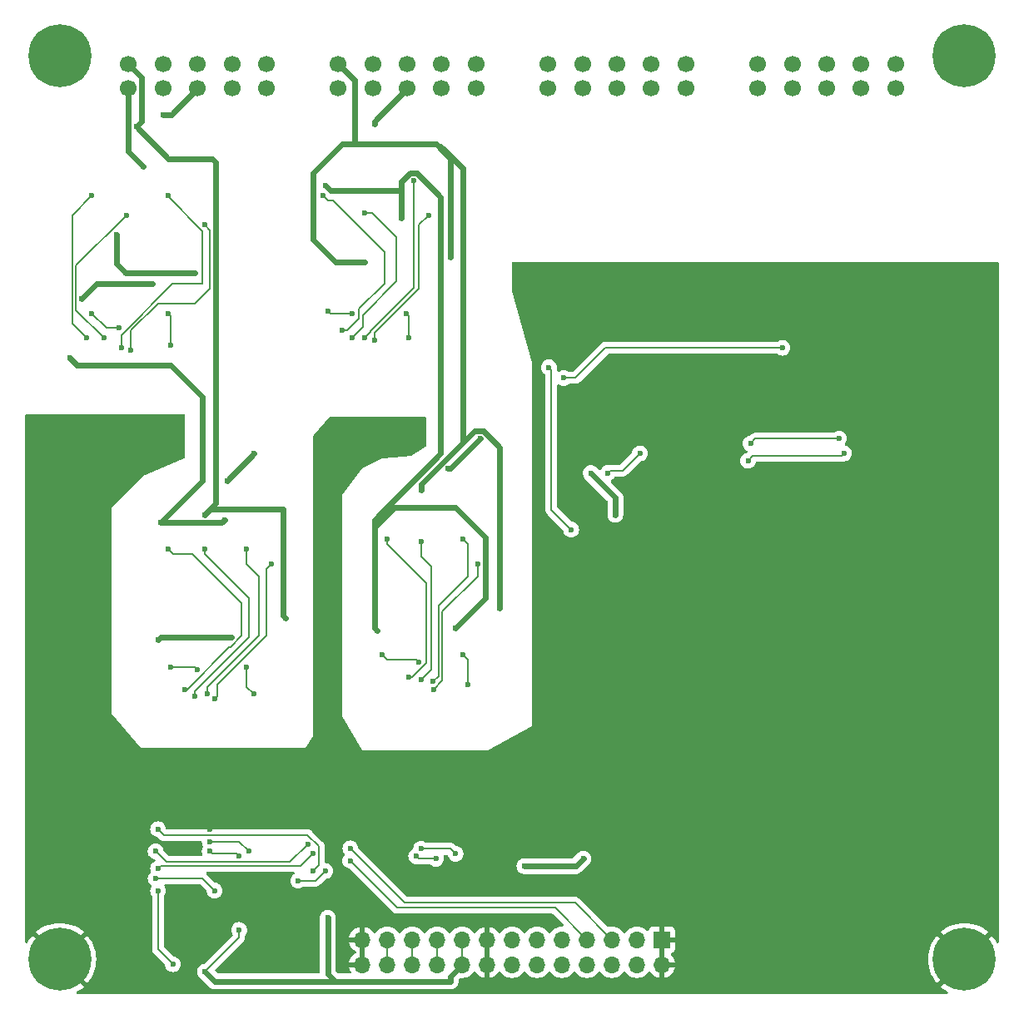
<source format=gbl>
G04 #@! TF.GenerationSoftware,KiCad,Pcbnew,8.0.4*
G04 #@! TF.CreationDate,2024-08-31T14:34:35+03:00*
G04 #@! TF.ProjectId,rioctrl-shiftio,72696f63-7472-46c2-9d73-68696674696f,rev?*
G04 #@! TF.SameCoordinates,Original*
G04 #@! TF.FileFunction,Copper,L2,Bot*
G04 #@! TF.FilePolarity,Positive*
%FSLAX46Y46*%
G04 Gerber Fmt 4.6, Leading zero omitted, Abs format (unit mm)*
G04 Created by KiCad (PCBNEW 8.0.4) date 2024-08-31 14:34:35*
%MOMM*%
%LPD*%
G01*
G04 APERTURE LIST*
G04 #@! TA.AperFunction,ComponentPad*
%ADD10R,1.700000X1.700000*%
G04 #@! TD*
G04 #@! TA.AperFunction,ComponentPad*
%ADD11O,1.700000X1.700000*%
G04 #@! TD*
G04 #@! TA.AperFunction,ComponentPad*
%ADD12C,1.700000*%
G04 #@! TD*
G04 #@! TA.AperFunction,ComponentPad*
%ADD13C,0.800000*%
G04 #@! TD*
G04 #@! TA.AperFunction,ComponentPad*
%ADD14C,6.400000*%
G04 #@! TD*
G04 #@! TA.AperFunction,ViaPad*
%ADD15C,0.600000*%
G04 #@! TD*
G04 #@! TA.AperFunction,Conductor*
%ADD16C,0.600000*%
G04 #@! TD*
G04 #@! TA.AperFunction,Conductor*
%ADD17C,0.200000*%
G04 #@! TD*
G04 APERTURE END LIST*
D10*
G04 #@! TO.P,J1,1,Pin_1*
G04 #@! TO.N,GND*
X215240000Y-144000000D03*
D11*
G04 #@! TO.P,J1,2,Pin_2*
X215240000Y-146540000D03*
G04 #@! TO.P,J1,3,Pin_3*
G04 #@! TO.N,/Output shiftreg/DATA_IN*
X212700000Y-144000000D03*
G04 #@! TO.P,J1,4,Pin_4*
G04 #@! TO.N,/Slot/S6*
X212700000Y-146540000D03*
G04 #@! TO.P,J1,5,Pin_5*
G04 #@! TO.N,/Output shiftreg/CLOCK*
X210160000Y-144000000D03*
G04 #@! TO.P,J1,6,Pin_6*
G04 #@! TO.N,/Slot/S7*
X210160000Y-146540000D03*
G04 #@! TO.P,J1,7,Pin_7*
G04 #@! TO.N,/Output shiftreg/LOAD*
X207620000Y-144000000D03*
G04 #@! TO.P,J1,8,Pin_8*
G04 #@! TO.N,/Slot/S8*
X207620000Y-146540000D03*
G04 #@! TO.P,J1,9,Pin_9*
G04 #@! TO.N,/Input shiftreg/DATA_OUT*
X205080000Y-144000000D03*
G04 #@! TO.P,J1,10,Pin_10*
G04 #@! TO.N,/Slot/S9*
X205080000Y-146540000D03*
G04 #@! TO.P,J1,11,Pin_11*
G04 #@! TO.N,/Input shiftreg/CLK*
X202540000Y-144000000D03*
G04 #@! TO.P,J1,12,Pin_12*
G04 #@! TO.N,/Slot/S10*
X202540000Y-146540000D03*
G04 #@! TO.P,J1,13,Pin_13*
G04 #@! TO.N,/Input shiftreg/LOAD*
X200000000Y-144000000D03*
G04 #@! TO.P,J1,14,Pin_14*
G04 #@! TO.N,/Slot/S11*
X200000000Y-146540000D03*
G04 #@! TO.P,J1,15,Pin_15*
G04 #@! TO.N,GND*
X197460000Y-144000000D03*
G04 #@! TO.P,J1,16,Pin_16*
X197460000Y-146540000D03*
G04 #@! TO.P,J1,17,Pin_17*
G04 #@! TO.N,+3V3*
X194920000Y-144000000D03*
G04 #@! TO.P,J1,18,Pin_18*
X194920000Y-146540000D03*
G04 #@! TO.P,J1,19,Pin_19*
G04 #@! TO.N,+5V*
X192380000Y-144000000D03*
G04 #@! TO.P,J1,20,Pin_20*
X192380000Y-146540000D03*
G04 #@! TO.P,J1,21,Pin_21*
G04 #@! TO.N,+24V*
X189840000Y-144000000D03*
G04 #@! TO.P,J1,22,Pin_22*
X189840000Y-146540000D03*
G04 #@! TO.P,J1,23,Pin_23*
G04 #@! TO.N,/Slot/SlotEN*
X187300000Y-144000000D03*
G04 #@! TO.P,J1,24,Pin_24*
X187300000Y-146540000D03*
G04 #@! TO.P,J1,25,Pin_25*
G04 #@! TO.N,GND*
X184760000Y-144000000D03*
G04 #@! TO.P,J1,26,Pin_26*
X184760000Y-146540000D03*
G04 #@! TD*
D12*
G04 #@! TO.P,J3,1,Pin_1*
G04 #@! TO.N,/Output shiftreg/DO15*
X196333333Y-57350000D03*
G04 #@! TO.P,J3,2,Pin_2*
G04 #@! TO.N,/Output shiftreg/DO16*
X196333333Y-54850000D03*
G04 #@! TO.P,J3,3,Pin_3*
G04 #@! TO.N,/Output shiftreg/DO13*
X192833333Y-57350000D03*
G04 #@! TO.P,J3,4,Pin_4*
G04 #@! TO.N,/Output shiftreg/DO14*
X192833333Y-54850000D03*
G04 #@! TO.P,J3,5,Pin_5*
G04 #@! TO.N,/Output shiftreg/DO11*
X189333333Y-57350000D03*
G04 #@! TO.P,J3,6,Pin_6*
G04 #@! TO.N,/Output shiftreg/DO12*
X189333333Y-54850000D03*
G04 #@! TO.P,J3,7,Pin_7*
G04 #@! TO.N,/Output shiftreg/DO9*
X185833333Y-57350000D03*
G04 #@! TO.P,J3,8,Pin_8*
G04 #@! TO.N,/Output shiftreg/DO10*
X185833333Y-54850000D03*
G04 #@! TO.P,J3,9,Pin_9*
G04 #@! TO.N,/Output shiftreg/DOB_VIN*
X182333333Y-57350000D03*
G04 #@! TO.P,J3,10,Pin_10*
G04 #@! TO.N,/Output shiftreg/DOB_GND*
X182333333Y-54850000D03*
G04 #@! TD*
G04 #@! TO.P,J2,1,Pin_1*
G04 #@! TO.N,/Output shiftreg/DO7*
X175000000Y-57350000D03*
G04 #@! TO.P,J2,2,Pin_2*
G04 #@! TO.N,/Output shiftreg/DO8*
X175000000Y-54850000D03*
G04 #@! TO.P,J2,3,Pin_3*
G04 #@! TO.N,/Output shiftreg/DO5*
X171500000Y-57350000D03*
G04 #@! TO.P,J2,4,Pin_4*
G04 #@! TO.N,/Output shiftreg/DO6*
X171500000Y-54850000D03*
G04 #@! TO.P,J2,5,Pin_5*
G04 #@! TO.N,/Output shiftreg/DO3*
X168000000Y-57350000D03*
G04 #@! TO.P,J2,6,Pin_6*
G04 #@! TO.N,/Output shiftreg/DO4*
X168000000Y-54850000D03*
G04 #@! TO.P,J2,7,Pin_7*
G04 #@! TO.N,/Output shiftreg/DO1*
X164500000Y-57350000D03*
G04 #@! TO.P,J2,8,Pin_8*
G04 #@! TO.N,/Output shiftreg/DO2*
X164500000Y-54850000D03*
G04 #@! TO.P,J2,9,Pin_9*
G04 #@! TO.N,/Output shiftreg/DOA_VIN*
X161000000Y-57350000D03*
G04 #@! TO.P,J2,10,Pin_10*
G04 #@! TO.N,/Output shiftreg/DOA_GND*
X161000000Y-54850000D03*
G04 #@! TD*
D13*
G04 #@! TO.P,H1,1,1*
G04 #@! TO.N,unconnected-(H1-Pad1)_1*
X151600000Y-54000000D03*
G04 #@! TO.N,unconnected-(H1-Pad1)_5*
X152302944Y-52302944D03*
G04 #@! TO.N,unconnected-(H1-Pad1)*
X152302944Y-55697056D03*
G04 #@! TO.N,unconnected-(H1-Pad1)_7*
X154000000Y-51600000D03*
D14*
G04 #@! TO.N,unconnected-(H1-Pad1)_6*
X154000000Y-54000000D03*
D13*
G04 #@! TO.N,unconnected-(H1-Pad1)_8*
X154000000Y-56400000D03*
G04 #@! TO.N,unconnected-(H1-Pad1)_2*
X155697056Y-52302944D03*
G04 #@! TO.N,unconnected-(H1-Pad1)_4*
X155697056Y-55697056D03*
G04 #@! TO.N,unconnected-(H1-Pad1)_3*
X156400000Y-54000000D03*
G04 #@! TD*
D12*
G04 #@! TO.P,J4,1,Pin_1*
G04 #@! TO.N,/Input shiftreg/INA7*
X217666666Y-57350000D03*
G04 #@! TO.P,J4,2,Pin_2*
G04 #@! TO.N,/Input shiftreg/INA8*
X217666666Y-54850000D03*
G04 #@! TO.P,J4,3,Pin_3*
G04 #@! TO.N,/Input shiftreg/INA5*
X214166666Y-57350000D03*
G04 #@! TO.P,J4,4,Pin_4*
G04 #@! TO.N,/Input shiftreg/INA6*
X214166666Y-54850000D03*
G04 #@! TO.P,J4,5,Pin_5*
G04 #@! TO.N,/Input shiftreg/INA3*
X210666666Y-57350000D03*
G04 #@! TO.P,J4,6,Pin_6*
G04 #@! TO.N,/Input shiftreg/INA4*
X210666666Y-54850000D03*
G04 #@! TO.P,J4,7,Pin_7*
G04 #@! TO.N,/Input shiftreg/INA1*
X207166666Y-57350000D03*
G04 #@! TO.P,J4,8,Pin_8*
G04 #@! TO.N,/Input shiftreg/INA2*
X207166666Y-54850000D03*
G04 #@! TO.P,J4,9,Pin_9*
G04 #@! TO.N,unconnected-(J4-Pin_9-Pad9)*
X203666666Y-57350000D03*
G04 #@! TO.P,J4,10,Pin_10*
G04 #@! TO.N,/Input shiftreg/IN_A_COMMON*
X203666666Y-54850000D03*
G04 #@! TD*
D13*
G04 #@! TO.P,H3,1,1*
G04 #@! TO.N,GND*
X151600000Y-146000000D03*
X152302944Y-144302944D03*
X152302944Y-147697056D03*
X154000000Y-143600000D03*
D14*
X154000000Y-146000000D03*
D13*
X154000000Y-148400000D03*
X155697056Y-144302944D03*
X155697056Y-147697056D03*
X156400000Y-146000000D03*
G04 #@! TD*
D12*
G04 #@! TO.P,J5,1,Pin_1*
G04 #@! TO.N,/Input shiftreg/INB15*
X239000000Y-57350000D03*
G04 #@! TO.P,J5,2,Pin_2*
G04 #@! TO.N,/Input shiftreg/INB16*
X239000000Y-54850000D03*
G04 #@! TO.P,J5,3,Pin_3*
G04 #@! TO.N,/Input shiftreg/INB13*
X235500000Y-57350000D03*
G04 #@! TO.P,J5,4,Pin_4*
G04 #@! TO.N,/Input shiftreg/INB14*
X235500000Y-54850000D03*
G04 #@! TO.P,J5,5,Pin_5*
G04 #@! TO.N,/Input shiftreg/INB11*
X232000000Y-57350000D03*
G04 #@! TO.P,J5,6,Pin_6*
G04 #@! TO.N,/Input shiftreg/INB12*
X232000000Y-54850000D03*
G04 #@! TO.P,J5,7,Pin_7*
G04 #@! TO.N,/Input shiftreg/INB9*
X228500000Y-57350000D03*
G04 #@! TO.P,J5,8,Pin_8*
G04 #@! TO.N,/Input shiftreg/INB10*
X228500000Y-54850000D03*
G04 #@! TO.P,J5,9,Pin_9*
G04 #@! TO.N,unconnected-(J5-Pin_9-Pad9)*
X225000000Y-57350000D03*
G04 #@! TO.P,J5,10,Pin_10*
G04 #@! TO.N,/Input shiftreg/IN_B_COMMON*
X225000000Y-54850000D03*
G04 #@! TD*
D13*
G04 #@! TO.P,H2,1,1*
G04 #@! TO.N,unconnected-(H2-Pad1)_2*
X243600000Y-54000000D03*
G04 #@! TO.N,unconnected-(H2-Pad1)_3*
X244302944Y-52302944D03*
G04 #@! TO.N,unconnected-(H2-Pad1)*
X244302944Y-55697056D03*
G04 #@! TO.N,unconnected-(H2-Pad1)_1*
X246000000Y-51600000D03*
D14*
G04 #@! TO.N,unconnected-(H2-Pad1)_7*
X246000000Y-54000000D03*
D13*
G04 #@! TO.N,unconnected-(H2-Pad1)_4*
X246000000Y-56400000D03*
G04 #@! TO.N,unconnected-(H2-Pad1)_8*
X247697056Y-52302944D03*
G04 #@! TO.N,unconnected-(H2-Pad1)_5*
X247697056Y-55697056D03*
G04 #@! TO.N,unconnected-(H2-Pad1)_6*
X248400000Y-54000000D03*
G04 #@! TD*
G04 #@! TO.P,H4,1,1*
G04 #@! TO.N,GND*
X243600000Y-146000000D03*
X244302944Y-144302944D03*
X244302944Y-147697056D03*
X246000000Y-143600000D03*
D14*
X246000000Y-146000000D03*
D13*
X246000000Y-148400000D03*
X247697056Y-144302944D03*
X247697056Y-147697056D03*
X248400000Y-146000000D03*
G04 #@! TD*
D15*
G04 #@! TO.N,+3V3*
X181250000Y-141750000D03*
X172250000Y-143000000D03*
X168750000Y-147250000D03*
X207250000Y-135750000D03*
X208000000Y-96500000D03*
X210500000Y-100750000D03*
X201250000Y-136500000D03*
G04 #@! TO.N,GND*
X162750000Y-146500000D03*
X207250000Y-78750000D03*
X179000000Y-127000000D03*
X158750000Y-94250000D03*
X197000000Y-137250000D03*
X171750000Y-125750000D03*
X192500000Y-130000000D03*
X188750000Y-125750000D03*
X174500000Y-125750000D03*
X202000000Y-138750000D03*
X154500000Y-130000000D03*
X241000000Y-78500000D03*
X171250000Y-140250000D03*
X236000000Y-78500000D03*
X244750000Y-78250000D03*
X171000000Y-130000000D03*
X172750000Y-129750000D03*
X215750000Y-78500000D03*
X166750000Y-125750000D03*
X213250000Y-78500000D03*
X225000000Y-78250000D03*
X174750000Y-144000000D03*
X228000000Y-78250000D03*
X160250000Y-138500000D03*
X218250000Y-78500000D03*
X189750000Y-130000000D03*
X164000000Y-148000000D03*
X201500000Y-134000000D03*
X205250000Y-98000000D03*
X203000000Y-82750000D03*
X168518310Y-130100000D03*
X178250000Y-139500000D03*
X160000000Y-136500000D03*
X210500000Y-78500000D03*
X160500000Y-142250000D03*
X240750000Y-86500000D03*
X230000000Y-99000000D03*
X204500000Y-78500000D03*
X222500000Y-78250000D03*
X169250000Y-125750000D03*
X207750000Y-139000000D03*
X191500000Y-125750000D03*
X190000000Y-94000000D03*
X166500000Y-94250000D03*
X169250000Y-132750000D03*
X212500000Y-96500000D03*
X181750000Y-94250000D03*
X227000000Y-96000000D03*
X222000000Y-81250000D03*
X233750000Y-78250000D03*
X196500000Y-130000000D03*
X202750000Y-99250000D03*
X164000000Y-94250000D03*
X220250000Y-86500000D03*
X209750000Y-141000000D03*
X202500000Y-78250000D03*
X194000000Y-125750000D03*
X154750000Y-94500000D03*
X174500000Y-129750000D03*
X230250000Y-78500000D03*
X184500000Y-94000000D03*
X161500000Y-94250000D03*
X189250000Y-132000000D03*
X238500000Y-78500000D03*
X196500000Y-125750000D03*
G04 #@! TO.N,/Output shiftreg/DOA_GND*
X160720000Y-76162500D03*
X159750000Y-72250000D03*
X167750000Y-76162500D03*
X161800000Y-61250000D03*
X176720000Y-100162500D03*
X169500000Y-64500000D03*
X176720000Y-107000000D03*
X177000000Y-111250000D03*
X168720001Y-100750000D03*
G04 #@! TO.N,/Output shiftreg/DO3*
X164500000Y-60000000D03*
G04 #@! TO.N,/Output shiftreg/DO7*
X171000000Y-97250000D03*
X173750000Y-94500000D03*
G04 #@! TO.N,/Output shiftreg/DOB_GND*
X185000000Y-75000000D03*
X198750000Y-106750000D03*
X198750000Y-110250000D03*
X193750000Y-74500000D03*
X192750000Y-63250000D03*
X190750000Y-98250000D03*
X184000000Y-63000000D03*
X198750000Y-98000000D03*
G04 #@! TO.N,/Output shiftreg/DO11*
X186000000Y-61000000D03*
G04 #@! TO.N,/Output shiftreg/DO15*
X196750000Y-93000000D03*
X193500000Y-96000000D03*
G04 #@! TO.N,/Input shiftreg/DATA_OUT*
X206000000Y-102250000D03*
X203750000Y-85750000D03*
G04 #@! TO.N,/Input shiftreg/CLK*
X233250000Y-93000000D03*
X224250000Y-93500000D03*
G04 #@! TO.N,/Input shiftreg/LOAD*
X224000000Y-95250000D03*
X213000000Y-94500000D03*
X233750000Y-94500000D03*
X209750000Y-96500000D03*
G04 #@! TO.N,/Output shiftreg/CLOCK*
X179250000Y-134250000D03*
X163750000Y-135000000D03*
X183548863Y-134700060D03*
G04 #@! TO.N,/Output shiftreg/DATA_IN*
X165500000Y-146500000D03*
X164000000Y-139000000D03*
G04 #@! TO.N,/Output shiftreg/LOAD*
X164000000Y-136750000D03*
X179750000Y-135250000D03*
X183535589Y-135960894D03*
G04 #@! TO.N,/Output shiftreg/DOA_VIN*
X163440000Y-77250000D03*
X171470000Y-113250000D03*
X156250000Y-78750000D03*
X170750000Y-101250000D03*
X162500000Y-65250000D03*
X164000000Y-113500000D03*
X155000000Y-84750000D03*
X164250000Y-101500000D03*
G04 #@! TO.N,/Output shiftreg/DOB_VIN*
X188750000Y-67750000D03*
X181020000Y-67250000D03*
X188750000Y-70500000D03*
X186000000Y-102000000D03*
X194250000Y-112250000D03*
X194250000Y-100000000D03*
X186250000Y-112500000D03*
G04 #@! TO.N,/Output shiftreg/~{OE}*
X181000000Y-137000000D03*
X178250000Y-138000000D03*
X163750000Y-137750000D03*
X169750000Y-139000000D03*
G04 #@! TO.N,/Output shiftreg/DOA1/Digital output/COLLECTOR*
X156750000Y-82750000D03*
X157250000Y-68250000D03*
G04 #@! TO.N,/Output shiftreg/DOA1/Digital output1/COLLECTOR*
X160250000Y-83750000D03*
X165000000Y-68250000D03*
G04 #@! TO.N,/Output shiftreg/DOA1/Digital output2/COLLECTOR*
X160000000Y-81750000D03*
X157250000Y-80250000D03*
G04 #@! TO.N,/Output shiftreg/DOA1/Digital output3/COLLECTOR*
X165000000Y-80250000D03*
X165250000Y-83500000D03*
G04 #@! TO.N,/Output shiftreg/DOA2/Digital output2/COLLECTOR*
X165250000Y-116250000D03*
X168000000Y-116500000D03*
G04 #@! TO.N,/Output shiftreg/DOA2/Digital output3/COLLECTOR*
X173000000Y-116250000D03*
X173750000Y-119000000D03*
G04 #@! TO.N,/Output shiftreg/DOA2/Digital output/COLLECTOR*
X165000000Y-104250000D03*
X166750000Y-118500000D03*
G04 #@! TO.N,/Output shiftreg/DOA2/Digital output1/COLLECTOR*
X173000000Y-104250000D03*
X169000000Y-119000000D03*
G04 #@! TO.N,/Output shiftreg/DOB1/Digital output1/COLLECTOR*
X189970000Y-66750000D03*
X185000000Y-82750000D03*
G04 #@! TO.N,/Output shiftreg/DOB1/Digital output3/COLLECTOR*
X189250000Y-80250000D03*
X189500000Y-82750000D03*
G04 #@! TO.N,/Output shiftreg/DOB1/Digital output2/COLLECTOR*
X183750000Y-80250000D03*
X181250000Y-80000000D03*
G04 #@! TO.N,/Output shiftreg/DOB1/Digital output/COLLECTOR*
X180750000Y-68250000D03*
X182750000Y-82000000D03*
G04 #@! TO.N,/Output shiftreg/DOB2/Digital output1/COLLECTOR*
X191950735Y-117700735D03*
X195000000Y-103250000D03*
G04 #@! TO.N,/Output shiftreg/DOB2/Digital output3/COLLECTOR*
X195000000Y-115000000D03*
X195500000Y-118000000D03*
G04 #@! TO.N,/Output shiftreg/DOB2/Digital output2/COLLECTOR*
X186750000Y-115000000D03*
X190500000Y-115750000D03*
G04 #@! TO.N,/Output shiftreg/DOB2/Digital output/COLLECTOR*
X187250000Y-103250000D03*
X189500000Y-117250000D03*
G04 #@! TO.N,/Output shiftreg/DOA1/Digital output/EMITTER*
X160750000Y-70250000D03*
X158500000Y-82750000D03*
G04 #@! TO.N,/Output shiftreg/DOA1/Digital output1/EMITTER*
X161250000Y-84000000D03*
X168750000Y-71250000D03*
G04 #@! TO.N,/Output shiftreg/DOA2/Digital output/EMITTER*
X168750000Y-104250000D03*
X167750000Y-119250000D03*
G04 #@! TO.N,/Output shiftreg/DOA2/Digital output1/EMITTER*
X169750000Y-119500000D03*
X175500000Y-105750000D03*
G04 #@! TO.N,/Output shiftreg/DOB1/Digital output1/EMITTER*
X186000000Y-83000000D03*
X191500000Y-70250000D03*
G04 #@! TO.N,/Output shiftreg/DOB1/Digital output/EMITTER*
X183750000Y-82750000D03*
X185000000Y-70000000D03*
G04 #@! TO.N,/Output shiftreg/DOB2/Digital output1/EMITTER*
X192000000Y-118500000D03*
X196500000Y-105750000D03*
G04 #@! TO.N,/Output shiftreg/DOB2/Digital output/EMITTER*
X190750000Y-117500000D03*
X190750000Y-103500000D03*
G04 #@! TO.N,/Output shiftreg/DOA2/IN2*
X169250000Y-135000000D03*
X172250000Y-135500000D03*
G04 #@! TO.N,/Output shiftreg/DOA2/IN3*
X173250000Y-135000000D03*
X169250000Y-134000000D03*
G04 #@! TO.N,/Output shiftreg/DOB2/IN2*
X190750000Y-134750000D03*
X194250000Y-135250000D03*
G04 #@! TO.N,/Output shiftreg/DOB2/IN1*
X190250000Y-135500000D03*
X192250000Y-135750000D03*
G04 #@! TO.N,Net-(U1-QH')*
X164000000Y-132750000D03*
X179750000Y-137000000D03*
G04 #@! TO.N,Net-(U7-DS)*
X227500000Y-83750000D03*
X205250000Y-86825000D03*
G04 #@! TD*
D16*
G04 #@! TO.N,+3V3*
X210500000Y-100750000D02*
X210500000Y-99000000D01*
X193750000Y-147710000D02*
X194920000Y-146540000D01*
X193750000Y-148250000D02*
X193750000Y-147710000D01*
D17*
X194920000Y-146540000D02*
X194920000Y-144000000D01*
X172250000Y-143750000D02*
X168750000Y-147250000D01*
D16*
X210500000Y-99000000D02*
X208000000Y-96500000D01*
X168750000Y-147250000D02*
X169750000Y-148250000D01*
X182000000Y-148250000D02*
X181250000Y-147500000D01*
X206500000Y-136500000D02*
X207250000Y-135750000D01*
X181250000Y-147500000D02*
X181250000Y-141750000D01*
X201250000Y-136500000D02*
X206500000Y-136500000D01*
D17*
X172250000Y-143000000D02*
X172250000Y-143750000D01*
D16*
X169750000Y-148250000D02*
X193750000Y-148250000D01*
D17*
G04 #@! TO.N,GND*
X184760000Y-146540000D02*
X184760000Y-144000000D01*
D16*
G04 #@! TO.N,/Output shiftreg/DOA_GND*
X162350000Y-56200000D02*
X162350000Y-60700000D01*
X169890000Y-99580001D02*
X169890000Y-64890000D01*
X176720000Y-107000000D02*
X176720000Y-100162500D01*
X162350000Y-60700000D02*
X161800000Y-61250000D01*
X168720001Y-100750000D02*
X169890000Y-99580001D01*
X168720001Y-100750000D02*
X169307501Y-100162500D01*
X161800000Y-61250000D02*
X165050000Y-64500000D01*
X160720000Y-76162500D02*
X167750000Y-76162500D01*
X169307501Y-100162500D02*
X176720000Y-100162500D01*
X169890000Y-64890000D02*
X169500000Y-64500000D01*
X159750000Y-75192500D02*
X160720000Y-76162500D01*
X177000000Y-111250000D02*
X176720000Y-110970000D01*
X159750000Y-72250000D02*
X159750000Y-75192500D01*
X165050000Y-64500000D02*
X169500000Y-64500000D01*
X161000000Y-54850000D02*
X162350000Y-56200000D01*
X176720000Y-110970000D02*
X176720000Y-107000000D01*
G04 #@! TO.N,/Output shiftreg/DO3*
X164500000Y-60000000D02*
X165350000Y-60000000D01*
X165350000Y-60000000D02*
X168000000Y-57350000D01*
G04 #@! TO.N,/Output shiftreg/DO7*
X171000000Y-97250000D02*
X173750000Y-94500000D01*
G04 #@! TO.N,/Output shiftreg/DOB_GND*
X184000000Y-63000000D02*
X182750000Y-63000000D01*
X198750000Y-110250000D02*
X198750000Y-106750000D01*
X182000000Y-75000000D02*
X185000000Y-75000000D01*
X192500000Y-63250000D02*
X192250000Y-63000000D01*
X198750000Y-106750000D02*
X198750000Y-98000000D01*
X196168629Y-92200000D02*
X197081371Y-92200000D01*
X179750000Y-66000000D02*
X179750000Y-72750000D01*
X190750000Y-98250000D02*
X190750000Y-97618629D01*
X197081371Y-92200000D02*
X198750000Y-93868629D01*
X198750000Y-93868629D02*
X198750000Y-98000000D01*
X193750000Y-64500000D02*
X192500000Y-63250000D01*
X184000000Y-63000000D02*
X184000000Y-56516667D01*
X179750000Y-72750000D02*
X182000000Y-75000000D01*
X192750000Y-63250000D02*
X192500000Y-63250000D01*
X182750000Y-63000000D02*
X179750000Y-66000000D01*
X184000000Y-56516667D02*
X182333333Y-54850000D01*
X194983333Y-65483333D02*
X192750000Y-63250000D01*
X193750000Y-74500000D02*
X193750000Y-64500000D01*
X194983333Y-93385296D02*
X196168629Y-92200000D01*
X190750000Y-97618629D02*
X194983333Y-93385296D01*
X192250000Y-63000000D02*
X184000000Y-63000000D01*
X194983333Y-93385296D02*
X194983333Y-65483333D01*
G04 #@! TO.N,/Output shiftreg/DO11*
X186000000Y-61000000D02*
X186000000Y-60683333D01*
X186000000Y-60683333D02*
X189333333Y-57350000D01*
G04 #@! TO.N,/Output shiftreg/DO15*
X193500000Y-96000000D02*
X193750000Y-96000000D01*
X193750000Y-96000000D02*
X196750000Y-93000000D01*
D17*
G04 #@! TO.N,/Slot/SlotEN*
X187300000Y-144000000D02*
X187300000Y-146540000D01*
G04 #@! TO.N,/Input shiftreg/DATA_OUT*
X203750000Y-85750000D02*
X204000000Y-86000000D01*
X204000000Y-86000000D02*
X204000000Y-100250000D01*
X204000000Y-100250000D02*
X206000000Y-102250000D01*
G04 #@! TO.N,/Input shiftreg/CLK*
X224750000Y-93000000D02*
X224250000Y-93500000D01*
X233250000Y-93000000D02*
X224750000Y-93000000D01*
G04 #@! TO.N,/Input shiftreg/LOAD*
X224000000Y-95250000D02*
X224500000Y-94750000D01*
X210000000Y-96250000D02*
X211250000Y-96250000D01*
X209750000Y-96500000D02*
X210000000Y-96250000D01*
X224500000Y-94750000D02*
X233500000Y-94750000D01*
X233500000Y-94750000D02*
X233750000Y-94500000D01*
X211250000Y-96250000D02*
X213000000Y-94500000D01*
G04 #@! TO.N,+24V*
X189840000Y-146540000D02*
X189840000Y-144000000D01*
G04 #@! TO.N,/Output shiftreg/CLOCK*
X177400000Y-136100000D02*
X179250000Y-134250000D01*
X164850000Y-136100000D02*
X177400000Y-136100000D01*
X204750000Y-140250000D02*
X189098803Y-140250000D01*
X163750000Y-135000000D02*
X164850000Y-136100000D01*
X210160000Y-144000000D02*
X206410000Y-140250000D01*
X189098803Y-140250000D02*
X183548863Y-134700060D01*
X206410000Y-140250000D02*
X204750000Y-140250000D01*
G04 #@! TO.N,+5V*
X192380000Y-146540000D02*
X192380000Y-144000000D01*
G04 #@! TO.N,/Output shiftreg/DATA_IN*
X164000000Y-145000000D02*
X165500000Y-146500000D01*
X164000000Y-139000000D02*
X164000000Y-145000000D01*
G04 #@! TO.N,/Output shiftreg/LOAD*
X164250000Y-136500000D02*
X178500000Y-136500000D01*
X204370000Y-140750000D02*
X189500000Y-140750000D01*
X178500000Y-136500000D02*
X179750000Y-135250000D01*
X188324695Y-140750000D02*
X183535589Y-135960894D01*
X164000000Y-136750000D02*
X164250000Y-136500000D01*
X189500000Y-140750000D02*
X188324695Y-140750000D01*
X207620000Y-144000000D02*
X204370000Y-140750000D01*
D16*
G04 #@! TO.N,/Output shiftreg/DOA_VIN*
X164250000Y-101500000D02*
X168500000Y-97250000D01*
X171470000Y-113250000D02*
X164250000Y-113250000D01*
X164250000Y-113250000D02*
X164000000Y-113500000D01*
X155750000Y-85500000D02*
X155000000Y-84750000D01*
X168500000Y-91750000D02*
X168500000Y-88750000D01*
X168500000Y-88750000D02*
X167250000Y-87500000D01*
X170750000Y-101250000D02*
X170450000Y-101550000D01*
X167250000Y-87500000D02*
X165250000Y-85500000D01*
X156250000Y-78750000D02*
X157750000Y-77250000D01*
X161000000Y-63750000D02*
X162500000Y-65250000D01*
X165250000Y-85500000D02*
X155750000Y-85500000D01*
X168500000Y-97250000D02*
X168500000Y-91750000D01*
X170450000Y-101550000D02*
X164300000Y-101550000D01*
X161000000Y-57350000D02*
X161000000Y-63750000D01*
X157750000Y-77250000D02*
X163440000Y-77250000D01*
X164300000Y-101550000D02*
X164250000Y-101500000D01*
G04 #@! TO.N,/Output shiftreg/DOB_VIN*
X188750000Y-70500000D02*
X188750000Y-67750000D01*
X197300000Y-108700000D02*
X197300000Y-103050000D01*
X181020000Y-67250000D02*
X181520000Y-67750000D01*
X192750000Y-68398629D02*
X190301371Y-65950000D01*
X197250000Y-109250000D02*
X197250000Y-108750000D01*
X188000000Y-100000000D02*
X186000000Y-102000000D01*
X192750000Y-94487259D02*
X192750000Y-68398629D01*
X188750000Y-66838629D02*
X188750000Y-67750000D01*
X194250000Y-112250000D02*
X197250000Y-109250000D01*
X190301371Y-65950000D02*
X189638629Y-65950000D01*
X197300000Y-103050000D02*
X194250000Y-100000000D01*
X186000000Y-101237259D02*
X192750000Y-94487259D01*
X181520000Y-67750000D02*
X188750000Y-67750000D01*
X186000000Y-112250000D02*
X186250000Y-112500000D01*
X186000000Y-102000000D02*
X186000000Y-112250000D01*
X194250000Y-100000000D02*
X188000000Y-100000000D01*
X197250000Y-108750000D02*
X197300000Y-108700000D01*
X186000000Y-102000000D02*
X186000000Y-101237259D01*
X189638629Y-65950000D02*
X188750000Y-66838629D01*
D17*
G04 #@! TO.N,/Output shiftreg/~{OE}*
X181000000Y-137000000D02*
X180000000Y-138000000D01*
X180000000Y-138000000D02*
X178250000Y-138000000D01*
X163750000Y-137750000D02*
X168500000Y-137750000D01*
X168500000Y-137750000D02*
X169750000Y-139000000D01*
G04 #@! TO.N,/Output shiftreg/DOA1/Digital output/COLLECTOR*
X155250000Y-70250000D02*
X157250000Y-68250000D01*
X155250000Y-81250000D02*
X155250000Y-70250000D01*
X156750000Y-82750000D02*
X155250000Y-81250000D01*
G04 #@! TO.N,/Output shiftreg/DOA1/Digital output1/COLLECTOR*
X160250000Y-83750000D02*
X160250000Y-82434314D01*
X165000000Y-68348529D02*
X165000000Y-68250000D01*
X168500000Y-77250000D02*
X168500000Y-71848529D01*
X160250000Y-82434314D02*
X165434314Y-77250000D01*
X165434314Y-77250000D02*
X168500000Y-77250000D01*
X168500000Y-71848529D02*
X165000000Y-68348529D01*
G04 #@! TO.N,/Output shiftreg/DOA1/Digital output2/COLLECTOR*
X160000000Y-81750000D02*
X158750000Y-81750000D01*
X158750000Y-81750000D02*
X157250000Y-80250000D01*
G04 #@! TO.N,/Output shiftreg/DOA1/Digital output3/COLLECTOR*
X165250000Y-83500000D02*
X165250000Y-80500000D01*
X165250000Y-80500000D02*
X165000000Y-80250000D01*
G04 #@! TO.N,/Output shiftreg/DOA2/Digital output2/COLLECTOR*
X167750000Y-116250000D02*
X165250000Y-116250000D01*
X168000000Y-116500000D02*
X167750000Y-116250000D01*
G04 #@! TO.N,/Output shiftreg/DOA2/Digital output3/COLLECTOR*
X173000000Y-118250000D02*
X173000000Y-116250000D01*
X173750000Y-119000000D02*
X173000000Y-118250000D01*
G04 #@! TO.N,/Output shiftreg/DOA2/Digital output/COLLECTOR*
X171217157Y-114217157D02*
X171351371Y-114217157D01*
X171351371Y-114217157D02*
X172500000Y-113068528D01*
X172500000Y-113068528D02*
X172500000Y-113000000D01*
X166934314Y-118500000D02*
X171217157Y-114217157D01*
X167500000Y-104750000D02*
X165500000Y-104750000D01*
X165500000Y-104750000D02*
X165000000Y-104250000D01*
X166750000Y-118500000D02*
X166934314Y-118500000D01*
X172500000Y-113000000D02*
X172500000Y-109750000D01*
X172500000Y-109750000D02*
X167500000Y-104750000D01*
G04 #@! TO.N,/Output shiftreg/DOA2/Digital output1/COLLECTOR*
X174250000Y-107000000D02*
X173000000Y-105750000D01*
X174250000Y-113000000D02*
X174250000Y-107000000D01*
X173000000Y-105750000D02*
X173000000Y-104250000D01*
X169000000Y-119000000D02*
X169000000Y-118250000D01*
X169000000Y-118250000D02*
X174250000Y-113000000D01*
G04 #@! TO.N,/Output shiftreg/DOB1/Digital output1/COLLECTOR*
X185600000Y-82150000D02*
X185600000Y-82084314D01*
X190000000Y-77684314D02*
X190000000Y-66780000D01*
X190000000Y-66780000D02*
X189970000Y-66750000D01*
X185600000Y-82084314D02*
X190000000Y-77684314D01*
X185000000Y-82750000D02*
X185600000Y-82150000D01*
G04 #@! TO.N,/Output shiftreg/DOB1/Digital output3/COLLECTOR*
X189500000Y-80500000D02*
X189250000Y-80250000D01*
X189500000Y-82750000D02*
X189500000Y-80500000D01*
G04 #@! TO.N,/Output shiftreg/DOB1/Digital output2/COLLECTOR*
X183750000Y-80250000D02*
X181500000Y-80250000D01*
X181500000Y-80250000D02*
X181250000Y-80000000D01*
G04 #@! TO.N,/Output shiftreg/DOB1/Digital output/COLLECTOR*
X182750000Y-82000000D02*
X183250000Y-82000000D01*
X184450000Y-80800000D02*
X184450000Y-79800000D01*
X187000000Y-77250000D02*
X187000000Y-74000000D01*
X184450000Y-79800000D02*
X187000000Y-77250000D01*
X181250000Y-68750000D02*
X180750000Y-68250000D01*
X181750000Y-68750000D02*
X181250000Y-68750000D01*
X183250000Y-82000000D02*
X184450000Y-80800000D01*
X187000000Y-74000000D02*
X181750000Y-68750000D01*
G04 #@! TO.N,/Output shiftreg/DOB2/Digital output1/COLLECTOR*
X191950735Y-117700735D02*
X192500000Y-117151470D01*
X195500000Y-107000000D02*
X195500000Y-103750000D01*
X195500000Y-103750000D02*
X195000000Y-103250000D01*
X192500000Y-110000000D02*
X195500000Y-107000000D01*
X192500000Y-117151470D02*
X192500000Y-110000000D01*
G04 #@! TO.N,/Output shiftreg/DOB2/Digital output3/COLLECTOR*
X195500000Y-115500000D02*
X195000000Y-115000000D01*
X195500000Y-118000000D02*
X195500000Y-115500000D01*
G04 #@! TO.N,/Output shiftreg/DOB2/Digital output2/COLLECTOR*
X190250000Y-115500000D02*
X187250000Y-115500000D01*
X187250000Y-115500000D02*
X186750000Y-115000000D01*
X190500000Y-115750000D02*
X190250000Y-115500000D01*
G04 #@! TO.N,/Output shiftreg/DOB2/Digital output/COLLECTOR*
X189848529Y-117250000D02*
X189500000Y-117250000D01*
X191250000Y-107700000D02*
X191250000Y-115848529D01*
X187250000Y-103250000D02*
X187250000Y-103700000D01*
X191250000Y-115848529D02*
X189848529Y-117250000D01*
X187250000Y-103700000D02*
X191250000Y-107700000D01*
G04 #@! TO.N,/Output shiftreg/DOA1/Digital output/EMITTER*
X155650000Y-79900000D02*
X155650000Y-75350000D01*
X155650000Y-75350000D02*
X160750000Y-70250000D01*
X158500000Y-82750000D02*
X155650000Y-79900000D01*
G04 #@! TO.N,/Output shiftreg/DOA1/Digital output1/EMITTER*
X164000000Y-79250000D02*
X167750000Y-79250000D01*
X169290000Y-77710000D02*
X169290000Y-71790000D01*
X169290000Y-71790000D02*
X168750000Y-71250000D01*
X161250000Y-84000000D02*
X161250000Y-82000000D01*
X167750000Y-79250000D02*
X169290000Y-77710000D01*
X161250000Y-82000000D02*
X164000000Y-79250000D01*
G04 #@! TO.N,/Output shiftreg/DOA2/Digital output/EMITTER*
X167750000Y-118750000D02*
X173250000Y-113250000D01*
X173250000Y-109250000D02*
X168750000Y-104750000D01*
X167750000Y-119250000D02*
X167750000Y-118750000D01*
X168750000Y-104750000D02*
X168750000Y-104250000D01*
X173250000Y-113250000D02*
X173250000Y-109250000D01*
G04 #@! TO.N,/Output shiftreg/DOA2/Digital output1/EMITTER*
X170000000Y-118000000D02*
X175000000Y-113000000D01*
X170000000Y-119250000D02*
X170000000Y-118000000D01*
X175000000Y-106250000D02*
X175500000Y-105750000D01*
X169750000Y-119500000D02*
X170000000Y-119250000D01*
X175000000Y-113000000D02*
X175000000Y-106250000D01*
G04 #@! TO.N,/Output shiftreg/DOB1/Digital output1/EMITTER*
X190500000Y-77750000D02*
X190500000Y-71250000D01*
X186000000Y-83000000D02*
X186000000Y-82250000D01*
X190500000Y-71250000D02*
X191500000Y-70250000D01*
X186000000Y-82250000D02*
X190500000Y-77750000D01*
G04 #@! TO.N,/Output shiftreg/DOB1/Digital output/EMITTER*
X188250000Y-77000000D02*
X188250000Y-72500000D01*
X183750000Y-82750000D02*
X184850000Y-81650000D01*
X184850000Y-80400000D02*
X188250000Y-77000000D01*
X184850000Y-81650000D02*
X184850000Y-80400000D01*
X188250000Y-72500000D02*
X185750000Y-70000000D01*
X185750000Y-70000000D02*
X185000000Y-70000000D01*
G04 #@! TO.N,/Output shiftreg/DOB2/Digital output1/EMITTER*
X192900000Y-110600000D02*
X192900000Y-117600000D01*
X196500000Y-107000000D02*
X192900000Y-110600000D01*
X192900000Y-117600000D02*
X192000000Y-118500000D01*
X196500000Y-105750000D02*
X196500000Y-107000000D01*
G04 #@! TO.N,/Output shiftreg/DOB2/Digital output/EMITTER*
X191750000Y-106000000D02*
X190750000Y-105000000D01*
X190750000Y-105000000D02*
X190750000Y-103500000D01*
X190750000Y-117500000D02*
X191750000Y-116500000D01*
X191750000Y-116500000D02*
X191750000Y-106000000D01*
G04 #@! TO.N,/Output shiftreg/DOA2/IN2*
X172000000Y-135250000D02*
X172250000Y-135500000D01*
X169500000Y-135250000D02*
X172000000Y-135250000D01*
X169250000Y-135000000D02*
X169500000Y-135250000D01*
G04 #@! TO.N,/Output shiftreg/DOA2/IN3*
X172250000Y-134000000D02*
X173250000Y-135000000D01*
X169250000Y-134000000D02*
X172250000Y-134000000D01*
G04 #@! TO.N,/Output shiftreg/DOB2/IN2*
X190750000Y-134750000D02*
X193750000Y-134750000D01*
X193750000Y-134750000D02*
X194250000Y-135250000D01*
G04 #@! TO.N,/Output shiftreg/DOB2/IN1*
X192250000Y-135750000D02*
X190500000Y-135750000D01*
X190500000Y-135750000D02*
X190250000Y-135500000D01*
G04 #@! TO.N,Net-(U1-QH')*
X180350000Y-136400000D02*
X180350000Y-134501471D01*
X179750000Y-137000000D02*
X180350000Y-136400000D01*
X179198529Y-133350000D02*
X164600000Y-133350000D01*
X164600000Y-133350000D02*
X164000000Y-132750000D01*
X180350000Y-134501471D02*
X179198529Y-133350000D01*
G04 #@! TO.N,Net-(U7-DS)*
X205250000Y-86825000D02*
X206425000Y-86825000D01*
X209500000Y-83750000D02*
X227500000Y-83750000D01*
X206425000Y-86825000D02*
X209500000Y-83750000D01*
G04 #@! TD*
G04 #@! TA.AperFunction,Conductor*
G04 #@! TO.N,GND*
G36*
X185010000Y-146106988D02*
G01*
X184952993Y-146074075D01*
X184825826Y-146040000D01*
X184694174Y-146040000D01*
X184567007Y-146074075D01*
X184510000Y-146106988D01*
X184510000Y-144433012D01*
X184567007Y-144465925D01*
X184694174Y-144500000D01*
X184825826Y-144500000D01*
X184952993Y-144465925D01*
X185010000Y-144433012D01*
X185010000Y-146106988D01*
G37*
G04 #@! TD.AperFunction*
G04 #@! TA.AperFunction,Conductor*
G36*
X197710000Y-146106988D02*
G01*
X197652993Y-146074075D01*
X197525826Y-146040000D01*
X197394174Y-146040000D01*
X197267007Y-146074075D01*
X197210000Y-146106988D01*
X197210000Y-144433012D01*
X197267007Y-144465925D01*
X197394174Y-144500000D01*
X197525826Y-144500000D01*
X197652993Y-144465925D01*
X197710000Y-144433012D01*
X197710000Y-146106988D01*
G37*
G04 #@! TD.AperFunction*
G04 #@! TA.AperFunction,Conductor*
G36*
X215490000Y-146106988D02*
G01*
X215432993Y-146074075D01*
X215305826Y-146040000D01*
X215174174Y-146040000D01*
X215047007Y-146074075D01*
X214990000Y-146106988D01*
X214990000Y-144433012D01*
X215047007Y-144465925D01*
X215174174Y-144500000D01*
X215305826Y-144500000D01*
X215432993Y-144465925D01*
X215490000Y-144433012D01*
X215490000Y-146106988D01*
G37*
G04 #@! TD.AperFunction*
G04 #@! TA.AperFunction,Conductor*
G36*
X249442539Y-75019685D02*
G01*
X249488294Y-75072489D01*
X249499500Y-75124000D01*
X249499500Y-144201706D01*
X249479815Y-144268745D01*
X249427011Y-144314500D01*
X249357853Y-144324444D01*
X249294297Y-144295419D01*
X249265015Y-144258001D01*
X249208689Y-144147456D01*
X248997468Y-143822206D01*
X248788904Y-143564649D01*
X248788903Y-143564648D01*
X247294251Y-145059300D01*
X247220412Y-144957670D01*
X247042330Y-144779588D01*
X246940698Y-144705748D01*
X248435350Y-143211096D01*
X248435350Y-143211095D01*
X248177793Y-143002531D01*
X247852543Y-142791310D01*
X247506994Y-142615244D01*
X247144936Y-142476262D01*
X246770330Y-142375887D01*
X246770323Y-142375886D01*
X246387287Y-142315219D01*
X246000001Y-142294922D01*
X245999999Y-142294922D01*
X245612712Y-142315219D01*
X245229676Y-142375886D01*
X245229669Y-142375887D01*
X244855063Y-142476262D01*
X244493005Y-142615244D01*
X244147456Y-142791310D01*
X243822206Y-143002531D01*
X243564648Y-143211095D01*
X243564648Y-143211096D01*
X245059301Y-144705748D01*
X244957670Y-144779588D01*
X244779588Y-144957670D01*
X244705748Y-145059300D01*
X243211096Y-143564648D01*
X243211095Y-143564648D01*
X243002531Y-143822206D01*
X242791310Y-144147456D01*
X242615244Y-144493005D01*
X242476262Y-144855063D01*
X242375887Y-145229669D01*
X242375886Y-145229676D01*
X242315219Y-145612712D01*
X242294922Y-145999999D01*
X242294922Y-146000000D01*
X242315219Y-146387287D01*
X242375886Y-146770323D01*
X242375887Y-146770330D01*
X242476262Y-147144936D01*
X242615244Y-147506994D01*
X242791310Y-147852543D01*
X243002531Y-148177793D01*
X243211095Y-148435350D01*
X243211096Y-148435350D01*
X244705748Y-146940698D01*
X244779588Y-147042330D01*
X244957670Y-147220412D01*
X245059300Y-147294251D01*
X243564648Y-148788903D01*
X243564649Y-148788904D01*
X243822206Y-148997468D01*
X244147456Y-149208689D01*
X244258001Y-149265015D01*
X244308797Y-149312990D01*
X244325592Y-149380811D01*
X244303055Y-149446945D01*
X244248340Y-149490397D01*
X244201706Y-149499500D01*
X155798294Y-149499500D01*
X155731255Y-149479815D01*
X155685500Y-149427011D01*
X155675556Y-149357853D01*
X155704581Y-149294297D01*
X155741999Y-149265015D01*
X155852543Y-149208689D01*
X156177783Y-148997476D01*
X156177785Y-148997475D01*
X156435349Y-148788902D01*
X154940698Y-147294251D01*
X155042330Y-147220412D01*
X155220412Y-147042330D01*
X155294251Y-146940698D01*
X156788902Y-148435349D01*
X156997475Y-148177785D01*
X156997476Y-148177783D01*
X157208689Y-147852543D01*
X157384755Y-147506994D01*
X157523737Y-147144936D01*
X157624112Y-146770330D01*
X157624113Y-146770323D01*
X157684780Y-146387287D01*
X157705078Y-146000000D01*
X157705078Y-145999999D01*
X157684780Y-145612712D01*
X157624113Y-145229676D01*
X157624112Y-145229669D01*
X157523737Y-144855063D01*
X157384755Y-144493005D01*
X157208689Y-144147456D01*
X156997468Y-143822206D01*
X156788904Y-143564649D01*
X156788903Y-143564648D01*
X155294251Y-145059300D01*
X155220412Y-144957670D01*
X155042330Y-144779588D01*
X154940698Y-144705748D01*
X156435350Y-143211096D01*
X156435350Y-143211095D01*
X156177793Y-143002531D01*
X155852543Y-142791310D01*
X155506994Y-142615244D01*
X155144936Y-142476262D01*
X154770330Y-142375887D01*
X154770323Y-142375886D01*
X154387287Y-142315219D01*
X154000001Y-142294922D01*
X153999999Y-142294922D01*
X153612712Y-142315219D01*
X153229676Y-142375886D01*
X153229669Y-142375887D01*
X152855063Y-142476262D01*
X152493005Y-142615244D01*
X152147456Y-142791310D01*
X151822206Y-143002531D01*
X151564648Y-143211095D01*
X151564648Y-143211096D01*
X153059301Y-144705748D01*
X152957670Y-144779588D01*
X152779588Y-144957670D01*
X152705748Y-145059301D01*
X151211096Y-143564648D01*
X151211095Y-143564648D01*
X151002531Y-143822206D01*
X150791310Y-144147456D01*
X150734985Y-144258001D01*
X150687010Y-144308797D01*
X150619189Y-144325592D01*
X150553055Y-144303055D01*
X150509603Y-144248340D01*
X150500500Y-144201706D01*
X150500500Y-134999996D01*
X162944435Y-134999996D01*
X162944435Y-135000003D01*
X162964630Y-135179249D01*
X162964631Y-135179254D01*
X163024211Y-135349523D01*
X163098421Y-135467627D01*
X163120184Y-135502262D01*
X163247738Y-135629816D01*
X163400478Y-135725789D01*
X163570745Y-135785368D01*
X163609576Y-135789742D01*
X163673989Y-135816808D01*
X163713545Y-135874402D01*
X163715684Y-135944239D01*
X163679727Y-136004146D01*
X163656156Y-136020160D01*
X163656374Y-136020506D01*
X163497737Y-136120184D01*
X163370184Y-136247737D01*
X163274211Y-136400476D01*
X163214631Y-136570745D01*
X163214630Y-136570750D01*
X163194435Y-136749996D01*
X163194435Y-136750003D01*
X163214630Y-136929249D01*
X163214633Y-136929262D01*
X163246970Y-137021674D01*
X163250532Y-137091453D01*
X163217611Y-137150309D01*
X163120185Y-137247736D01*
X163120184Y-137247737D01*
X163024211Y-137400476D01*
X162964631Y-137570745D01*
X162964630Y-137570750D01*
X162944435Y-137749996D01*
X162944435Y-137750003D01*
X162964630Y-137929249D01*
X162964631Y-137929254D01*
X163024211Y-138099523D01*
X163087333Y-138199980D01*
X163120184Y-138252262D01*
X163247738Y-138379816D01*
X163283652Y-138402382D01*
X163329943Y-138454717D01*
X163340591Y-138523770D01*
X163322674Y-138573347D01*
X163274212Y-138650474D01*
X163214631Y-138820745D01*
X163214630Y-138820750D01*
X163194435Y-138999996D01*
X163194435Y-139000003D01*
X163214630Y-139179249D01*
X163214631Y-139179254D01*
X163274211Y-139349523D01*
X163370185Y-139502263D01*
X163372445Y-139505097D01*
X163373334Y-139507275D01*
X163373889Y-139508158D01*
X163373734Y-139508255D01*
X163398855Y-139569783D01*
X163399500Y-139582412D01*
X163399500Y-144913330D01*
X163399499Y-144913348D01*
X163399499Y-145079054D01*
X163399498Y-145079054D01*
X163399499Y-145079057D01*
X163440423Y-145231785D01*
X163460233Y-145266097D01*
X163511477Y-145354855D01*
X163519481Y-145368717D01*
X163638349Y-145487585D01*
X163638355Y-145487590D01*
X164669298Y-146518533D01*
X164702783Y-146579856D01*
X164704837Y-146592330D01*
X164714630Y-146679249D01*
X164774210Y-146849521D01*
X164787594Y-146870821D01*
X164870184Y-147002262D01*
X164997738Y-147129816D01*
X165080440Y-147181781D01*
X165149866Y-147225405D01*
X165150478Y-147225789D01*
X165219672Y-147250001D01*
X165320745Y-147285368D01*
X165320750Y-147285369D01*
X165499996Y-147305565D01*
X165500000Y-147305565D01*
X165500004Y-147305565D01*
X165679249Y-147285369D01*
X165679252Y-147285368D01*
X165679255Y-147285368D01*
X165780337Y-147249998D01*
X167944435Y-147249998D01*
X167944435Y-147250001D01*
X167948720Y-147288029D01*
X167949500Y-147301914D01*
X167949500Y-147328844D01*
X167957288Y-147368003D01*
X167958890Y-147378303D01*
X167964632Y-147429252D01*
X167964633Y-147429260D01*
X167972976Y-147453104D01*
X167977550Y-147469860D01*
X167980262Y-147483496D01*
X168000509Y-147532377D01*
X168002986Y-147538867D01*
X168016852Y-147578493D01*
X168024212Y-147599524D01*
X168030709Y-147609865D01*
X168040268Y-147628365D01*
X168040603Y-147629173D01*
X168040605Y-147629179D01*
X168077223Y-147683982D01*
X168079114Y-147686900D01*
X168120180Y-147752257D01*
X168120182Y-147752260D01*
X168128211Y-147760289D01*
X169239707Y-148871786D01*
X169239711Y-148871789D01*
X169370814Y-148959390D01*
X169370818Y-148959392D01*
X169370821Y-148959394D01*
X169516503Y-149019738D01*
X169671153Y-149050499D01*
X169671157Y-149050500D01*
X169671158Y-149050500D01*
X193828844Y-149050500D01*
X193828845Y-149050499D01*
X193983497Y-149019737D01*
X194129179Y-148959394D01*
X194260289Y-148871789D01*
X194371789Y-148760289D01*
X194459394Y-148629179D01*
X194519737Y-148483497D01*
X194550500Y-148328842D01*
X194550500Y-148092940D01*
X194570185Y-148025901D01*
X194586814Y-148005263D01*
X194673521Y-147918555D01*
X194734842Y-147885072D01*
X194772003Y-147882710D01*
X194920000Y-147895659D01*
X195155408Y-147875063D01*
X195383663Y-147813903D01*
X195597830Y-147714035D01*
X195791401Y-147578495D01*
X195958495Y-147411401D01*
X196088730Y-147225405D01*
X196143307Y-147181781D01*
X196212805Y-147174587D01*
X196275160Y-147206110D01*
X196291879Y-147225405D01*
X196421890Y-147411078D01*
X196588917Y-147578105D01*
X196782421Y-147713600D01*
X196996507Y-147813429D01*
X196996516Y-147813433D01*
X197210000Y-147870634D01*
X197210000Y-146973012D01*
X197267007Y-147005925D01*
X197394174Y-147040000D01*
X197525826Y-147040000D01*
X197652993Y-147005925D01*
X197710000Y-146973012D01*
X197710000Y-147870633D01*
X197923483Y-147813433D01*
X197923492Y-147813429D01*
X198137578Y-147713600D01*
X198331082Y-147578105D01*
X198498105Y-147411082D01*
X198628119Y-147225405D01*
X198682696Y-147181781D01*
X198752195Y-147174588D01*
X198814549Y-147206110D01*
X198831269Y-147225405D01*
X198961505Y-147411401D01*
X199128599Y-147578495D01*
X199173400Y-147609865D01*
X199322165Y-147714032D01*
X199322167Y-147714033D01*
X199322170Y-147714035D01*
X199536337Y-147813903D01*
X199764592Y-147875063D01*
X199952918Y-147891539D01*
X199999999Y-147895659D01*
X200000000Y-147895659D01*
X200000001Y-147895659D01*
X200039234Y-147892226D01*
X200235408Y-147875063D01*
X200463663Y-147813903D01*
X200677830Y-147714035D01*
X200871401Y-147578495D01*
X201038495Y-147411401D01*
X201168425Y-147225842D01*
X201223002Y-147182217D01*
X201292500Y-147175023D01*
X201354855Y-147206546D01*
X201371575Y-147225842D01*
X201501281Y-147411082D01*
X201501505Y-147411401D01*
X201668599Y-147578495D01*
X201713400Y-147609865D01*
X201862165Y-147714032D01*
X201862167Y-147714033D01*
X201862170Y-147714035D01*
X202076337Y-147813903D01*
X202304592Y-147875063D01*
X202492918Y-147891539D01*
X202539999Y-147895659D01*
X202540000Y-147895659D01*
X202540001Y-147895659D01*
X202579234Y-147892226D01*
X202775408Y-147875063D01*
X203003663Y-147813903D01*
X203217830Y-147714035D01*
X203411401Y-147578495D01*
X203578495Y-147411401D01*
X203708425Y-147225842D01*
X203763002Y-147182217D01*
X203832500Y-147175023D01*
X203894855Y-147206546D01*
X203911575Y-147225842D01*
X204041281Y-147411082D01*
X204041505Y-147411401D01*
X204208599Y-147578495D01*
X204253400Y-147609865D01*
X204402165Y-147714032D01*
X204402167Y-147714033D01*
X204402170Y-147714035D01*
X204616337Y-147813903D01*
X204844592Y-147875063D01*
X205032918Y-147891539D01*
X205079999Y-147895659D01*
X205080000Y-147895659D01*
X205080001Y-147895659D01*
X205119234Y-147892226D01*
X205315408Y-147875063D01*
X205543663Y-147813903D01*
X205757830Y-147714035D01*
X205951401Y-147578495D01*
X206118495Y-147411401D01*
X206248425Y-147225842D01*
X206303002Y-147182217D01*
X206372500Y-147175023D01*
X206434855Y-147206546D01*
X206451575Y-147225842D01*
X206581281Y-147411082D01*
X206581505Y-147411401D01*
X206748599Y-147578495D01*
X206793400Y-147609865D01*
X206942165Y-147714032D01*
X206942167Y-147714033D01*
X206942170Y-147714035D01*
X207156337Y-147813903D01*
X207384592Y-147875063D01*
X207572918Y-147891539D01*
X207619999Y-147895659D01*
X207620000Y-147895659D01*
X207620001Y-147895659D01*
X207659234Y-147892226D01*
X207855408Y-147875063D01*
X208083663Y-147813903D01*
X208297830Y-147714035D01*
X208491401Y-147578495D01*
X208658495Y-147411401D01*
X208788425Y-147225842D01*
X208843002Y-147182217D01*
X208912500Y-147175023D01*
X208974855Y-147206546D01*
X208991575Y-147225842D01*
X209121281Y-147411082D01*
X209121505Y-147411401D01*
X209288599Y-147578495D01*
X209333400Y-147609865D01*
X209482165Y-147714032D01*
X209482167Y-147714033D01*
X209482170Y-147714035D01*
X209696337Y-147813903D01*
X209924592Y-147875063D01*
X210112918Y-147891539D01*
X210159999Y-147895659D01*
X210160000Y-147895659D01*
X210160001Y-147895659D01*
X210199234Y-147892226D01*
X210395408Y-147875063D01*
X210623663Y-147813903D01*
X210837830Y-147714035D01*
X211031401Y-147578495D01*
X211198495Y-147411401D01*
X211328425Y-147225842D01*
X211383002Y-147182217D01*
X211452500Y-147175023D01*
X211514855Y-147206546D01*
X211531575Y-147225842D01*
X211661281Y-147411082D01*
X211661505Y-147411401D01*
X211828599Y-147578495D01*
X211873400Y-147609865D01*
X212022165Y-147714032D01*
X212022167Y-147714033D01*
X212022170Y-147714035D01*
X212236337Y-147813903D01*
X212464592Y-147875063D01*
X212652918Y-147891539D01*
X212699999Y-147895659D01*
X212700000Y-147895659D01*
X212700001Y-147895659D01*
X212739234Y-147892226D01*
X212935408Y-147875063D01*
X213163663Y-147813903D01*
X213377830Y-147714035D01*
X213571401Y-147578495D01*
X213738495Y-147411401D01*
X213868730Y-147225405D01*
X213923307Y-147181781D01*
X213992805Y-147174587D01*
X214055160Y-147206110D01*
X214071879Y-147225405D01*
X214201890Y-147411078D01*
X214368917Y-147578105D01*
X214562421Y-147713600D01*
X214776507Y-147813429D01*
X214776516Y-147813433D01*
X214990000Y-147870634D01*
X214990000Y-146973012D01*
X215047007Y-147005925D01*
X215174174Y-147040000D01*
X215305826Y-147040000D01*
X215432993Y-147005925D01*
X215490000Y-146973012D01*
X215490000Y-147870633D01*
X215703483Y-147813433D01*
X215703492Y-147813429D01*
X215917578Y-147713600D01*
X216111082Y-147578105D01*
X216278105Y-147411082D01*
X216413600Y-147217578D01*
X216513429Y-147003492D01*
X216513432Y-147003486D01*
X216570636Y-146790000D01*
X215673012Y-146790000D01*
X215705925Y-146732993D01*
X215740000Y-146605826D01*
X215740000Y-146474174D01*
X215705925Y-146347007D01*
X215673012Y-146290000D01*
X216570636Y-146290000D01*
X216570635Y-146289999D01*
X216513432Y-146076513D01*
X216513429Y-146076507D01*
X216413600Y-145862422D01*
X216413599Y-145862420D01*
X216278113Y-145668926D01*
X216278108Y-145668920D01*
X216155665Y-145546477D01*
X216122180Y-145485154D01*
X216127164Y-145415462D01*
X216169036Y-145359529D01*
X216200013Y-145342614D01*
X216332086Y-145293354D01*
X216332093Y-145293350D01*
X216447187Y-145207190D01*
X216447190Y-145207187D01*
X216533350Y-145092093D01*
X216533354Y-145092086D01*
X216583596Y-144957379D01*
X216583598Y-144957372D01*
X216589999Y-144897844D01*
X216590000Y-144897827D01*
X216590000Y-144250000D01*
X215673012Y-144250000D01*
X215705925Y-144192993D01*
X215740000Y-144065826D01*
X215740000Y-143934174D01*
X215705925Y-143807007D01*
X215673012Y-143750000D01*
X216590000Y-143750000D01*
X216590000Y-143102172D01*
X216589999Y-143102155D01*
X216583598Y-143042627D01*
X216583596Y-143042620D01*
X216533354Y-142907913D01*
X216533350Y-142907906D01*
X216447190Y-142792812D01*
X216447187Y-142792809D01*
X216332093Y-142706649D01*
X216332086Y-142706645D01*
X216197379Y-142656403D01*
X216197372Y-142656401D01*
X216137844Y-142650000D01*
X215490000Y-142650000D01*
X215490000Y-143566988D01*
X215432993Y-143534075D01*
X215305826Y-143500000D01*
X215174174Y-143500000D01*
X215047007Y-143534075D01*
X214990000Y-143566988D01*
X214990000Y-142650000D01*
X214342155Y-142650000D01*
X214282627Y-142656401D01*
X214282620Y-142656403D01*
X214147913Y-142706645D01*
X214147906Y-142706649D01*
X214032812Y-142792809D01*
X214032809Y-142792812D01*
X213946649Y-142907906D01*
X213946645Y-142907913D01*
X213897578Y-143039470D01*
X213855707Y-143095404D01*
X213790242Y-143119821D01*
X213721969Y-143104969D01*
X213693715Y-143083819D01*
X213649366Y-143039470D01*
X213571401Y-142961505D01*
X213571397Y-142961502D01*
X213571396Y-142961501D01*
X213377834Y-142825967D01*
X213377830Y-142825965D01*
X213303512Y-142791310D01*
X213163663Y-142726097D01*
X213163659Y-142726096D01*
X213163655Y-142726094D01*
X212935413Y-142664938D01*
X212935403Y-142664936D01*
X212700001Y-142644341D01*
X212699999Y-142644341D01*
X212464596Y-142664936D01*
X212464586Y-142664938D01*
X212236344Y-142726094D01*
X212236335Y-142726098D01*
X212022171Y-142825964D01*
X212022169Y-142825965D01*
X211828597Y-142961505D01*
X211661505Y-143128597D01*
X211531575Y-143314158D01*
X211476998Y-143357783D01*
X211407500Y-143364977D01*
X211345145Y-143333454D01*
X211328425Y-143314158D01*
X211198494Y-143128597D01*
X211031402Y-142961506D01*
X211031395Y-142961501D01*
X210837834Y-142825967D01*
X210837830Y-142825965D01*
X210763512Y-142791310D01*
X210623663Y-142726097D01*
X210623659Y-142726096D01*
X210623655Y-142726094D01*
X210395413Y-142664938D01*
X210395403Y-142664936D01*
X210160001Y-142644341D01*
X210159999Y-142644341D01*
X209924596Y-142664936D01*
X209924583Y-142664939D01*
X209796241Y-142699327D01*
X209726392Y-142697664D01*
X209676468Y-142667233D01*
X206897590Y-139888355D01*
X206897588Y-139888352D01*
X206778717Y-139769481D01*
X206778716Y-139769480D01*
X206691904Y-139719360D01*
X206691904Y-139719359D01*
X206691900Y-139719358D01*
X206641785Y-139690423D01*
X206489057Y-139649499D01*
X206330943Y-139649499D01*
X206323347Y-139649499D01*
X206323331Y-139649500D01*
X189398900Y-139649500D01*
X189331861Y-139629815D01*
X189311219Y-139613181D01*
X185198034Y-135499996D01*
X189444435Y-135499996D01*
X189444435Y-135500003D01*
X189464630Y-135679249D01*
X189464631Y-135679254D01*
X189524211Y-135849523D01*
X189608393Y-135983497D01*
X189620184Y-136002262D01*
X189747738Y-136129816D01*
X189781874Y-136151265D01*
X189887494Y-136217631D01*
X189900478Y-136225789D01*
X190016812Y-136266496D01*
X190070745Y-136285368D01*
X190070749Y-136285369D01*
X190151251Y-136294438D01*
X190246366Y-136305155D01*
X190264568Y-136308599D01*
X190268214Y-136309575D01*
X190268216Y-136309577D01*
X190351098Y-136331785D01*
X190420942Y-136350500D01*
X190420943Y-136350500D01*
X191667588Y-136350500D01*
X191734627Y-136370185D01*
X191744903Y-136377555D01*
X191747736Y-136379814D01*
X191747738Y-136379816D01*
X191856387Y-136448085D01*
X191878483Y-136461969D01*
X191900478Y-136475789D01*
X191969672Y-136500001D01*
X192070745Y-136535368D01*
X192070750Y-136535369D01*
X192249996Y-136555565D01*
X192250000Y-136555565D01*
X192250004Y-136555565D01*
X192429249Y-136535369D01*
X192429252Y-136535368D01*
X192429255Y-136535368D01*
X192530337Y-136499998D01*
X200444435Y-136499998D01*
X200444435Y-136500001D01*
X200448720Y-136538029D01*
X200449500Y-136551914D01*
X200449500Y-136578844D01*
X200457288Y-136618003D01*
X200458890Y-136628303D01*
X200464632Y-136679252D01*
X200464633Y-136679260D01*
X200472976Y-136703104D01*
X200477550Y-136719860D01*
X200480262Y-136733496D01*
X200500509Y-136782377D01*
X200502986Y-136788867D01*
X200503940Y-136791594D01*
X200524212Y-136849524D01*
X200530709Y-136859865D01*
X200540268Y-136878365D01*
X200540603Y-136879173D01*
X200540605Y-136879179D01*
X200577223Y-136933982D01*
X200579114Y-136936900D01*
X200620180Y-137002257D01*
X200620182Y-137002260D01*
X200620184Y-137002262D01*
X200747738Y-137129816D01*
X200813131Y-137170905D01*
X200816040Y-137172790D01*
X200870821Y-137209394D01*
X200871606Y-137209719D01*
X200890134Y-137219289D01*
X200900478Y-137225789D01*
X200961175Y-137247028D01*
X200967607Y-137249484D01*
X200996021Y-137261253D01*
X201016497Y-137269735D01*
X201016498Y-137269735D01*
X201016503Y-137269737D01*
X201030139Y-137272449D01*
X201046898Y-137277023D01*
X201070745Y-137285368D01*
X201121714Y-137291110D01*
X201131992Y-137292709D01*
X201159140Y-137298109D01*
X201171157Y-137300500D01*
X201171158Y-137300500D01*
X201198085Y-137300500D01*
X201211969Y-137301280D01*
X201249998Y-137305565D01*
X201250000Y-137305565D01*
X201250002Y-137305565D01*
X201288031Y-137301280D01*
X201301915Y-137300500D01*
X206578844Y-137300500D01*
X206578845Y-137300499D01*
X206733497Y-137269737D01*
X206879179Y-137209394D01*
X207010289Y-137121789D01*
X207871789Y-136260289D01*
X207879816Y-136252262D01*
X207920921Y-136186842D01*
X207922778Y-136183976D01*
X207959393Y-136129179D01*
X207959719Y-136128389D01*
X207969293Y-136109859D01*
X207975789Y-136099522D01*
X207997017Y-136038852D01*
X207999493Y-136032368D01*
X208002872Y-136024211D01*
X208019737Y-135983497D01*
X208022450Y-135969852D01*
X208027020Y-135953107D01*
X208035368Y-135929255D01*
X208041110Y-135878285D01*
X208042708Y-135868011D01*
X208050500Y-135828843D01*
X208050500Y-135801914D01*
X208051280Y-135788029D01*
X208052000Y-135781644D01*
X208055565Y-135750000D01*
X208051279Y-135711968D01*
X208050500Y-135698085D01*
X208050500Y-135671157D01*
X208042711Y-135632003D01*
X208041110Y-135621714D01*
X208035368Y-135570745D01*
X208027023Y-135546898D01*
X208022449Y-135530139D01*
X208019737Y-135516503D01*
X208019735Y-135516498D01*
X208019734Y-135516494D01*
X207999492Y-135467627D01*
X207997022Y-135461160D01*
X207975789Y-135400478D01*
X207969288Y-135390132D01*
X207959720Y-135371611D01*
X207959393Y-135370821D01*
X207922794Y-135316046D01*
X207920909Y-135313137D01*
X207879816Y-135247738D01*
X207752260Y-135120182D01*
X207752257Y-135120180D01*
X207686854Y-135079085D01*
X207683962Y-135077211D01*
X207642611Y-135049582D01*
X207629184Y-135040610D01*
X207629181Y-135040608D01*
X207629179Y-135040607D01*
X207629175Y-135040605D01*
X207629165Y-135040600D01*
X207628375Y-135040273D01*
X207609868Y-135030712D01*
X207599522Y-135024211D01*
X207569585Y-135013735D01*
X207538856Y-135002982D01*
X207532363Y-135000503D01*
X207483497Y-134980263D01*
X207483493Y-134980262D01*
X207469860Y-134977550D01*
X207453104Y-134972976D01*
X207429260Y-134964633D01*
X207429256Y-134964632D01*
X207429255Y-134964632D01*
X207408575Y-134962301D01*
X207378303Y-134958890D01*
X207368003Y-134957288D01*
X207328844Y-134949500D01*
X207328842Y-134949500D01*
X207301915Y-134949500D01*
X207288031Y-134948720D01*
X207250002Y-134944435D01*
X207249998Y-134944435D01*
X207211969Y-134948720D01*
X207198085Y-134949500D01*
X207171153Y-134949500D01*
X207131995Y-134957288D01*
X207121695Y-134958890D01*
X207070741Y-134964632D01*
X207046900Y-134972975D01*
X207030139Y-134977550D01*
X207016504Y-134980262D01*
X206967627Y-135000507D01*
X206961133Y-135002986D01*
X206900475Y-135024212D01*
X206890127Y-135030714D01*
X206871627Y-135040272D01*
X206870825Y-135040604D01*
X206870824Y-135040604D01*
X206816035Y-135077211D01*
X206813123Y-135079098D01*
X206747738Y-135120183D01*
X206747735Y-135120186D01*
X206204741Y-135663181D01*
X206143418Y-135696666D01*
X206117060Y-135699500D01*
X201301915Y-135699500D01*
X201288031Y-135698720D01*
X201250002Y-135694435D01*
X201249998Y-135694435D01*
X201211969Y-135698720D01*
X201198085Y-135699500D01*
X201171152Y-135699500D01*
X201131994Y-135707288D01*
X201121696Y-135708890D01*
X201070742Y-135714632D01*
X201070735Y-135714634D01*
X201046898Y-135722975D01*
X201030140Y-135727550D01*
X201016502Y-135730263D01*
X201016496Y-135730264D01*
X200967631Y-135750504D01*
X200961140Y-135752982D01*
X200900477Y-135774210D01*
X200900474Y-135774212D01*
X200890127Y-135780713D01*
X200871639Y-135790266D01*
X200870832Y-135790600D01*
X200870824Y-135790604D01*
X200816047Y-135827204D01*
X200813132Y-135829092D01*
X200747742Y-135870180D01*
X200747735Y-135870186D01*
X200620186Y-135997735D01*
X200620180Y-135997742D01*
X200579092Y-136063132D01*
X200577209Y-136066038D01*
X200554695Y-136099735D01*
X200540604Y-136120824D01*
X200540600Y-136120832D01*
X200540266Y-136121639D01*
X200530713Y-136140127D01*
X200524212Y-136150474D01*
X200524210Y-136150477D01*
X200502982Y-136211140D01*
X200500504Y-136217631D01*
X200480264Y-136266496D01*
X200480263Y-136266502D01*
X200477550Y-136280140D01*
X200472975Y-136296898D01*
X200464634Y-136320735D01*
X200464632Y-136320742D01*
X200458890Y-136371696D01*
X200457288Y-136381994D01*
X200449500Y-136421152D01*
X200449500Y-136448085D01*
X200448720Y-136461969D01*
X200444435Y-136499998D01*
X192530337Y-136499998D01*
X192599522Y-136475789D01*
X192752262Y-136379816D01*
X192879816Y-136252262D01*
X192975789Y-136099522D01*
X193035368Y-135929255D01*
X193035369Y-135929249D01*
X193055565Y-135750003D01*
X193055565Y-135749996D01*
X193035369Y-135570750D01*
X193035366Y-135570737D01*
X193016022Y-135515455D01*
X193012460Y-135445676D01*
X193047188Y-135385049D01*
X193109182Y-135352821D01*
X193133063Y-135350500D01*
X193349091Y-135350500D01*
X193416130Y-135370185D01*
X193461885Y-135422989D01*
X193466133Y-135433545D01*
X193514139Y-135570737D01*
X193524211Y-135599522D01*
X193620184Y-135752262D01*
X193747738Y-135879816D01*
X193826410Y-135929249D01*
X193882721Y-135964632D01*
X193900478Y-135975789D01*
X194070745Y-136035368D01*
X194070750Y-136035369D01*
X194249996Y-136055565D01*
X194250000Y-136055565D01*
X194250004Y-136055565D01*
X194429249Y-136035369D01*
X194429252Y-136035368D01*
X194429255Y-136035368D01*
X194599522Y-135975789D01*
X194752262Y-135879816D01*
X194879816Y-135752262D01*
X194975789Y-135599522D01*
X195035368Y-135429255D01*
X195038177Y-135404324D01*
X195055565Y-135250003D01*
X195055565Y-135249996D01*
X195035369Y-135070750D01*
X195035368Y-135070745D01*
X195023307Y-135036276D01*
X194975789Y-134900478D01*
X194962491Y-134879315D01*
X194936582Y-134838080D01*
X194879816Y-134747738D01*
X194752262Y-134620184D01*
X194673587Y-134570749D01*
X194599521Y-134524210D01*
X194429249Y-134464630D01*
X194342332Y-134454837D01*
X194277918Y-134427770D01*
X194268535Y-134419298D01*
X194230523Y-134381286D01*
X194230520Y-134381284D01*
X194118717Y-134269481D01*
X194118709Y-134269475D01*
X194016936Y-134210717D01*
X194016934Y-134210716D01*
X193981790Y-134190425D01*
X193981789Y-134190424D01*
X193940087Y-134179250D01*
X193829057Y-134149499D01*
X193670943Y-134149499D01*
X193663347Y-134149499D01*
X193663331Y-134149500D01*
X191332412Y-134149500D01*
X191265373Y-134129815D01*
X191255097Y-134122445D01*
X191252263Y-134120185D01*
X191252262Y-134120184D01*
X191195496Y-134084515D01*
X191099523Y-134024211D01*
X190929254Y-133964631D01*
X190929249Y-133964630D01*
X190750004Y-133944435D01*
X190749996Y-133944435D01*
X190570750Y-133964630D01*
X190570745Y-133964631D01*
X190400476Y-134024211D01*
X190247737Y-134120184D01*
X190120184Y-134247737D01*
X190024211Y-134400476D01*
X189964631Y-134570745D01*
X189964630Y-134570749D01*
X189951533Y-134686992D01*
X189924466Y-134751406D01*
X189894285Y-134778102D01*
X189747737Y-134870184D01*
X189620184Y-134997737D01*
X189524211Y-135150476D01*
X189464631Y-135320745D01*
X189464630Y-135320750D01*
X189444435Y-135499996D01*
X185198034Y-135499996D01*
X184379563Y-134681525D01*
X184346078Y-134620202D01*
X184344026Y-134607746D01*
X184334231Y-134520805D01*
X184274652Y-134350538D01*
X184178679Y-134197798D01*
X184051125Y-134070244D01*
X183977864Y-134024211D01*
X183898386Y-133974271D01*
X183728117Y-133914691D01*
X183728112Y-133914690D01*
X183548867Y-133894495D01*
X183548859Y-133894495D01*
X183369613Y-133914690D01*
X183369608Y-133914691D01*
X183199339Y-133974271D01*
X183046600Y-134070244D01*
X182919047Y-134197797D01*
X182823074Y-134350536D01*
X182763494Y-134520805D01*
X182763493Y-134520810D01*
X182743298Y-134700056D01*
X182743298Y-134700063D01*
X182763493Y-134879309D01*
X182763494Y-134879314D01*
X182823074Y-135049583D01*
X182919047Y-135202322D01*
X182952884Y-135236159D01*
X182986369Y-135297482D01*
X182981385Y-135367174D01*
X182952884Y-135411521D01*
X182905773Y-135458631D01*
X182809800Y-135611370D01*
X182750220Y-135781639D01*
X182750219Y-135781644D01*
X182730024Y-135960890D01*
X182730024Y-135960897D01*
X182750219Y-136140143D01*
X182750220Y-136140148D01*
X182809800Y-136310417D01*
X182866390Y-136400478D01*
X182905773Y-136463156D01*
X183033327Y-136590710D01*
X183186067Y-136686683D01*
X183356334Y-136746262D01*
X183443258Y-136756055D01*
X183507669Y-136783120D01*
X183517053Y-136791593D01*
X187955979Y-141230520D01*
X187955981Y-141230521D01*
X187955985Y-141230524D01*
X188092904Y-141309573D01*
X188092911Y-141309577D01*
X188245638Y-141350501D01*
X188245640Y-141350501D01*
X188411349Y-141350501D01*
X188411365Y-141350500D01*
X189420943Y-141350500D01*
X204069903Y-141350500D01*
X204136942Y-141370185D01*
X204157584Y-141386819D01*
X205206333Y-142435568D01*
X205239818Y-142496891D01*
X205234834Y-142566583D01*
X205192962Y-142622516D01*
X205127498Y-142646933D01*
X205107844Y-142646777D01*
X205080001Y-142644341D01*
X205079999Y-142644341D01*
X204844596Y-142664936D01*
X204844586Y-142664938D01*
X204616344Y-142726094D01*
X204616335Y-142726098D01*
X204402171Y-142825964D01*
X204402169Y-142825965D01*
X204208597Y-142961505D01*
X204041505Y-143128597D01*
X203911575Y-143314158D01*
X203856998Y-143357783D01*
X203787500Y-143364977D01*
X203725145Y-143333454D01*
X203708425Y-143314158D01*
X203578494Y-143128597D01*
X203411402Y-142961506D01*
X203411395Y-142961501D01*
X203217834Y-142825967D01*
X203217830Y-142825965D01*
X203143512Y-142791310D01*
X203003663Y-142726097D01*
X203003659Y-142726096D01*
X203003655Y-142726094D01*
X202775413Y-142664938D01*
X202775403Y-142664936D01*
X202540001Y-142644341D01*
X202539999Y-142644341D01*
X202304596Y-142664936D01*
X202304586Y-142664938D01*
X202076344Y-142726094D01*
X202076335Y-142726098D01*
X201862171Y-142825964D01*
X201862169Y-142825965D01*
X201668597Y-142961505D01*
X201501505Y-143128597D01*
X201371575Y-143314158D01*
X201316998Y-143357783D01*
X201247500Y-143364977D01*
X201185145Y-143333454D01*
X201168425Y-143314158D01*
X201038494Y-143128597D01*
X200871402Y-142961506D01*
X200871395Y-142961501D01*
X200677834Y-142825967D01*
X200677830Y-142825965D01*
X200603512Y-142791310D01*
X200463663Y-142726097D01*
X200463659Y-142726096D01*
X200463655Y-142726094D01*
X200235413Y-142664938D01*
X200235403Y-142664936D01*
X200000001Y-142644341D01*
X199999999Y-142644341D01*
X199764596Y-142664936D01*
X199764586Y-142664938D01*
X199536344Y-142726094D01*
X199536335Y-142726098D01*
X199322171Y-142825964D01*
X199322169Y-142825965D01*
X199128597Y-142961505D01*
X198961508Y-143128594D01*
X198831269Y-143314595D01*
X198776692Y-143358219D01*
X198707193Y-143365412D01*
X198644839Y-143333890D01*
X198628119Y-143314594D01*
X198498113Y-143128926D01*
X198498108Y-143128920D01*
X198331082Y-142961894D01*
X198137578Y-142826399D01*
X197923492Y-142726570D01*
X197923486Y-142726567D01*
X197710000Y-142669364D01*
X197710000Y-143566988D01*
X197652993Y-143534075D01*
X197525826Y-143500000D01*
X197394174Y-143500000D01*
X197267007Y-143534075D01*
X197210000Y-143566988D01*
X197210000Y-142669364D01*
X197209999Y-142669364D01*
X196996513Y-142726567D01*
X196996507Y-142726570D01*
X196782422Y-142826399D01*
X196782420Y-142826400D01*
X196588926Y-142961886D01*
X196588920Y-142961891D01*
X196421891Y-143128920D01*
X196421890Y-143128922D01*
X196291880Y-143314595D01*
X196237303Y-143358219D01*
X196167804Y-143365412D01*
X196105450Y-143333890D01*
X196088730Y-143314594D01*
X195958494Y-143128597D01*
X195791402Y-142961506D01*
X195791395Y-142961501D01*
X195597834Y-142825967D01*
X195597830Y-142825965D01*
X195523512Y-142791310D01*
X195383663Y-142726097D01*
X195383659Y-142726096D01*
X195383655Y-142726094D01*
X195155413Y-142664938D01*
X195155403Y-142664936D01*
X194920001Y-142644341D01*
X194919999Y-142644341D01*
X194684596Y-142664936D01*
X194684586Y-142664938D01*
X194456344Y-142726094D01*
X194456335Y-142726098D01*
X194242171Y-142825964D01*
X194242169Y-142825965D01*
X194048597Y-142961505D01*
X193881505Y-143128597D01*
X193751575Y-143314158D01*
X193696998Y-143357783D01*
X193627500Y-143364977D01*
X193565145Y-143333454D01*
X193548425Y-143314158D01*
X193418494Y-143128597D01*
X193251402Y-142961506D01*
X193251395Y-142961501D01*
X193057834Y-142825967D01*
X193057830Y-142825965D01*
X192983512Y-142791310D01*
X192843663Y-142726097D01*
X192843659Y-142726096D01*
X192843655Y-142726094D01*
X192615413Y-142664938D01*
X192615403Y-142664936D01*
X192380001Y-142644341D01*
X192379999Y-142644341D01*
X192144596Y-142664936D01*
X192144586Y-142664938D01*
X191916344Y-142726094D01*
X191916335Y-142726098D01*
X191702171Y-142825964D01*
X191702169Y-142825965D01*
X191508597Y-142961505D01*
X191341505Y-143128597D01*
X191211575Y-143314158D01*
X191156998Y-143357783D01*
X191087500Y-143364977D01*
X191025145Y-143333454D01*
X191008425Y-143314158D01*
X190878494Y-143128597D01*
X190711402Y-142961506D01*
X190711395Y-142961501D01*
X190517834Y-142825967D01*
X190517830Y-142825965D01*
X190443512Y-142791310D01*
X190303663Y-142726097D01*
X190303659Y-142726096D01*
X190303655Y-142726094D01*
X190075413Y-142664938D01*
X190075403Y-142664936D01*
X189840001Y-142644341D01*
X189839999Y-142644341D01*
X189604596Y-142664936D01*
X189604586Y-142664938D01*
X189376344Y-142726094D01*
X189376335Y-142726098D01*
X189162171Y-142825964D01*
X189162169Y-142825965D01*
X188968597Y-142961505D01*
X188801505Y-143128597D01*
X188671575Y-143314158D01*
X188616998Y-143357783D01*
X188547500Y-143364977D01*
X188485145Y-143333454D01*
X188468425Y-143314158D01*
X188338494Y-143128597D01*
X188171402Y-142961506D01*
X188171395Y-142961501D01*
X187977834Y-142825967D01*
X187977830Y-142825965D01*
X187903512Y-142791310D01*
X187763663Y-142726097D01*
X187763659Y-142726096D01*
X187763655Y-142726094D01*
X187535413Y-142664938D01*
X187535403Y-142664936D01*
X187300001Y-142644341D01*
X187299999Y-142644341D01*
X187064596Y-142664936D01*
X187064586Y-142664938D01*
X186836344Y-142726094D01*
X186836335Y-142726098D01*
X186622171Y-142825964D01*
X186622169Y-142825965D01*
X186428597Y-142961505D01*
X186261508Y-143128594D01*
X186131269Y-143314595D01*
X186076692Y-143358219D01*
X186007193Y-143365412D01*
X185944839Y-143333890D01*
X185928119Y-143314594D01*
X185798113Y-143128926D01*
X185798108Y-143128920D01*
X185631082Y-142961894D01*
X185437578Y-142826399D01*
X185223492Y-142726570D01*
X185223486Y-142726567D01*
X185010000Y-142669364D01*
X185010000Y-143566988D01*
X184952993Y-143534075D01*
X184825826Y-143500000D01*
X184694174Y-143500000D01*
X184567007Y-143534075D01*
X184510000Y-143566988D01*
X184510000Y-142669364D01*
X184509999Y-142669364D01*
X184296513Y-142726567D01*
X184296507Y-142726570D01*
X184082422Y-142826399D01*
X184082420Y-142826400D01*
X183888926Y-142961886D01*
X183888920Y-142961891D01*
X183721891Y-143128920D01*
X183721886Y-143128926D01*
X183586400Y-143322420D01*
X183586399Y-143322422D01*
X183486570Y-143536507D01*
X183486567Y-143536513D01*
X183429364Y-143749999D01*
X183429364Y-143750000D01*
X184326988Y-143750000D01*
X184294075Y-143807007D01*
X184260000Y-143934174D01*
X184260000Y-144065826D01*
X184294075Y-144192993D01*
X184326988Y-144250000D01*
X183429364Y-144250000D01*
X183486567Y-144463486D01*
X183486570Y-144463492D01*
X183586399Y-144677578D01*
X183721894Y-144871082D01*
X183888917Y-145038105D01*
X184075031Y-145168425D01*
X184118656Y-145223003D01*
X184125848Y-145292501D01*
X184094326Y-145354856D01*
X184075031Y-145371575D01*
X183888922Y-145501890D01*
X183888920Y-145501891D01*
X183721891Y-145668920D01*
X183721886Y-145668926D01*
X183586400Y-145862420D01*
X183586399Y-145862422D01*
X183486570Y-146076507D01*
X183486567Y-146076513D01*
X183429364Y-146289999D01*
X183429364Y-146290000D01*
X184326988Y-146290000D01*
X184294075Y-146347007D01*
X184260000Y-146474174D01*
X184260000Y-146605826D01*
X184294075Y-146732993D01*
X184326988Y-146790000D01*
X183429364Y-146790000D01*
X183486567Y-147003486D01*
X183486570Y-147003492D01*
X183586400Y-147217578D01*
X183612166Y-147254376D01*
X183634493Y-147320583D01*
X183617483Y-147388350D01*
X183566535Y-147436163D01*
X183510591Y-147449500D01*
X182382940Y-147449500D01*
X182315901Y-147429815D01*
X182295259Y-147413181D01*
X182086819Y-147204741D01*
X182053334Y-147143418D01*
X182050500Y-147117060D01*
X182050500Y-141801914D01*
X182051280Y-141788029D01*
X182055565Y-141750001D01*
X182055565Y-141749998D01*
X182051280Y-141711969D01*
X182050500Y-141698085D01*
X182050500Y-141671157D01*
X182042711Y-141632003D01*
X182041110Y-141621714D01*
X182035368Y-141570745D01*
X182027023Y-141546898D01*
X182022449Y-141530139D01*
X182019737Y-141516503D01*
X182019734Y-141516496D01*
X182011253Y-141496021D01*
X181999484Y-141467607D01*
X181997028Y-141461175D01*
X181975789Y-141400478D01*
X181969289Y-141390134D01*
X181959719Y-141371606D01*
X181959394Y-141370821D01*
X181922790Y-141316040D01*
X181920905Y-141313131D01*
X181918671Y-141309576D01*
X181879816Y-141247738D01*
X181752262Y-141120184D01*
X181752260Y-141120182D01*
X181752257Y-141120180D01*
X181686900Y-141079114D01*
X181683982Y-141077223D01*
X181629179Y-141040605D01*
X181629173Y-141040603D01*
X181628365Y-141040268D01*
X181609865Y-141030709D01*
X181599524Y-141024212D01*
X181599523Y-141024211D01*
X181599522Y-141024211D01*
X181538867Y-141002986D01*
X181532377Y-141000509D01*
X181483496Y-140980262D01*
X181469860Y-140977550D01*
X181453104Y-140972976D01*
X181429260Y-140964633D01*
X181429256Y-140964632D01*
X181429255Y-140964632D01*
X181408575Y-140962301D01*
X181378303Y-140958890D01*
X181368003Y-140957288D01*
X181328844Y-140949500D01*
X181328842Y-140949500D01*
X181301915Y-140949500D01*
X181288031Y-140948720D01*
X181250002Y-140944435D01*
X181249998Y-140944435D01*
X181211969Y-140948720D01*
X181198085Y-140949500D01*
X181171152Y-140949500D01*
X181131994Y-140957288D01*
X181121696Y-140958890D01*
X181070742Y-140964632D01*
X181070735Y-140964634D01*
X181046898Y-140972975D01*
X181030140Y-140977550D01*
X181016502Y-140980263D01*
X181016496Y-140980264D01*
X180967631Y-141000504D01*
X180961140Y-141002982D01*
X180900477Y-141024210D01*
X180900474Y-141024212D01*
X180890127Y-141030713D01*
X180871639Y-141040266D01*
X180870832Y-141040600D01*
X180870824Y-141040604D01*
X180816047Y-141077204D01*
X180813132Y-141079092D01*
X180747742Y-141120180D01*
X180747735Y-141120186D01*
X180620186Y-141247735D01*
X180620180Y-141247742D01*
X180579092Y-141313132D01*
X180577204Y-141316047D01*
X180540604Y-141370824D01*
X180540600Y-141370832D01*
X180540266Y-141371639D01*
X180530713Y-141390127D01*
X180524212Y-141400474D01*
X180524210Y-141400477D01*
X180502982Y-141461140D01*
X180500504Y-141467631D01*
X180480264Y-141516496D01*
X180480263Y-141516502D01*
X180477550Y-141530140D01*
X180472975Y-141546898D01*
X180464634Y-141570735D01*
X180464632Y-141570742D01*
X180458890Y-141621696D01*
X180457288Y-141631994D01*
X180449500Y-141671152D01*
X180449500Y-141698085D01*
X180448720Y-141711969D01*
X180444435Y-141749998D01*
X180444435Y-141750001D01*
X180448720Y-141788029D01*
X180449500Y-141801914D01*
X180449500Y-147325500D01*
X180429815Y-147392539D01*
X180377011Y-147438294D01*
X180325500Y-147449500D01*
X170132940Y-147449500D01*
X170065901Y-147429815D01*
X170045259Y-147413181D01*
X169828337Y-147196259D01*
X169794852Y-147134936D01*
X169799836Y-147065244D01*
X169828337Y-147020897D01*
X171202787Y-145646447D01*
X172608506Y-144240728D01*
X172608511Y-144240724D01*
X172618714Y-144230520D01*
X172618716Y-144230520D01*
X172730520Y-144118716D01*
X172809577Y-143981784D01*
X172850500Y-143829057D01*
X172850500Y-143582412D01*
X172870185Y-143515373D01*
X172877555Y-143505097D01*
X172879810Y-143502267D01*
X172879816Y-143502262D01*
X172975789Y-143349522D01*
X173035368Y-143179255D01*
X173041039Y-143128922D01*
X173055565Y-143000003D01*
X173055565Y-142999996D01*
X173035369Y-142820750D01*
X173035368Y-142820745D01*
X173002414Y-142726567D01*
X172975789Y-142650478D01*
X172879816Y-142497738D01*
X172752262Y-142370184D01*
X172664786Y-142315219D01*
X172599523Y-142274211D01*
X172429254Y-142214631D01*
X172429249Y-142214630D01*
X172250004Y-142194435D01*
X172249996Y-142194435D01*
X172070750Y-142214630D01*
X172070745Y-142214631D01*
X171900476Y-142274211D01*
X171747737Y-142370184D01*
X171620184Y-142497737D01*
X171524211Y-142650476D01*
X171464631Y-142820745D01*
X171464630Y-142820750D01*
X171444435Y-142999996D01*
X171444435Y-143000003D01*
X171464630Y-143179249D01*
X171464631Y-143179254D01*
X171524211Y-143349523D01*
X171578500Y-143435923D01*
X171597500Y-143503160D01*
X171577132Y-143569995D01*
X171561187Y-143589576D01*
X168735338Y-146415426D01*
X168674015Y-146448911D01*
X168671844Y-146449363D01*
X168631995Y-146457288D01*
X168621696Y-146458890D01*
X168570742Y-146464632D01*
X168570735Y-146464634D01*
X168546898Y-146472975D01*
X168530140Y-146477550D01*
X168516502Y-146480263D01*
X168516496Y-146480264D01*
X168467631Y-146500504D01*
X168461140Y-146502982D01*
X168400477Y-146524210D01*
X168400474Y-146524212D01*
X168390127Y-146530713D01*
X168371639Y-146540266D01*
X168370832Y-146540600D01*
X168370824Y-146540604D01*
X168316047Y-146577204D01*
X168313132Y-146579092D01*
X168247742Y-146620180D01*
X168247735Y-146620186D01*
X168120186Y-146747735D01*
X168120180Y-146747742D01*
X168079092Y-146813132D01*
X168077209Y-146816038D01*
X168040606Y-146870821D01*
X168040604Y-146870824D01*
X168040600Y-146870832D01*
X168040266Y-146871639D01*
X168030713Y-146890127D01*
X168024212Y-146900474D01*
X168024210Y-146900477D01*
X168002982Y-146961140D01*
X168000504Y-146967631D01*
X167980264Y-147016496D01*
X167980263Y-147016502D01*
X167977550Y-147030140D01*
X167972975Y-147046898D01*
X167964634Y-147070735D01*
X167964632Y-147070742D01*
X167958890Y-147121696D01*
X167957288Y-147131994D01*
X167949500Y-147171152D01*
X167949500Y-147198085D01*
X167948720Y-147211969D01*
X167944435Y-147249998D01*
X165780337Y-147249998D01*
X165849522Y-147225789D01*
X166002262Y-147129816D01*
X166129816Y-147002262D01*
X166225789Y-146849522D01*
X166285368Y-146679255D01*
X166285369Y-146679249D01*
X166305565Y-146500003D01*
X166305565Y-146499996D01*
X166285369Y-146320750D01*
X166285368Y-146320745D01*
X166274610Y-146290000D01*
X166225789Y-146150478D01*
X166129816Y-145997738D01*
X166002262Y-145870184D01*
X165976757Y-145854158D01*
X165849521Y-145774210D01*
X165679249Y-145714630D01*
X165592330Y-145704837D01*
X165527916Y-145677770D01*
X165518533Y-145669298D01*
X164636819Y-144787584D01*
X164603334Y-144726261D01*
X164600500Y-144699903D01*
X164600500Y-139582412D01*
X164620185Y-139515373D01*
X164627555Y-139505097D01*
X164629810Y-139502267D01*
X164629816Y-139502262D01*
X164725789Y-139349522D01*
X164785368Y-139179255D01*
X164795162Y-139092330D01*
X164805565Y-139000003D01*
X164805565Y-138999996D01*
X164785369Y-138820750D01*
X164785368Y-138820745D01*
X164725788Y-138650475D01*
X164656668Y-138540473D01*
X164637667Y-138473236D01*
X164658034Y-138406401D01*
X164711302Y-138361186D01*
X164761661Y-138350500D01*
X168199903Y-138350500D01*
X168266942Y-138370185D01*
X168287584Y-138386819D01*
X168919298Y-139018533D01*
X168952783Y-139079856D01*
X168954837Y-139092330D01*
X168964630Y-139179249D01*
X169024210Y-139349521D01*
X169120184Y-139502262D01*
X169247738Y-139629816D01*
X169279065Y-139649500D01*
X169390244Y-139719359D01*
X169400478Y-139725789D01*
X169525337Y-139769479D01*
X169570745Y-139785368D01*
X169570750Y-139785369D01*
X169749996Y-139805565D01*
X169750000Y-139805565D01*
X169750004Y-139805565D01*
X169929249Y-139785369D01*
X169929252Y-139785368D01*
X169929255Y-139785368D01*
X170099522Y-139725789D01*
X170252262Y-139629816D01*
X170379816Y-139502262D01*
X170475789Y-139349522D01*
X170535368Y-139179255D01*
X170545162Y-139092330D01*
X170555565Y-139000003D01*
X170555565Y-138999996D01*
X170535369Y-138820750D01*
X170535368Y-138820745D01*
X170475788Y-138650476D01*
X170396173Y-138523770D01*
X170379816Y-138497738D01*
X170252262Y-138370184D01*
X170219379Y-138349522D01*
X170099521Y-138274210D01*
X169929249Y-138214630D01*
X169842330Y-138204837D01*
X169777916Y-138177770D01*
X169768533Y-138169298D01*
X168987590Y-137388355D01*
X168987588Y-137388352D01*
X168911417Y-137312181D01*
X168877932Y-137250858D01*
X168882916Y-137181166D01*
X168924788Y-137125233D01*
X168990252Y-137100816D01*
X168999098Y-137100500D01*
X177746524Y-137100500D01*
X177813563Y-137120185D01*
X177859318Y-137172989D01*
X177869262Y-137242147D01*
X177840237Y-137305703D01*
X177812496Y-137329494D01*
X177747737Y-137370184D01*
X177620184Y-137497737D01*
X177524211Y-137650476D01*
X177464631Y-137820745D01*
X177464630Y-137820750D01*
X177444435Y-137999996D01*
X177444435Y-138000003D01*
X177464630Y-138179249D01*
X177464631Y-138179254D01*
X177524211Y-138349523D01*
X177617341Y-138497737D01*
X177620184Y-138502262D01*
X177747738Y-138629816D01*
X177900478Y-138725789D01*
X178070745Y-138785368D01*
X178070750Y-138785369D01*
X178249996Y-138805565D01*
X178250000Y-138805565D01*
X178250004Y-138805565D01*
X178429249Y-138785369D01*
X178429252Y-138785368D01*
X178429255Y-138785368D01*
X178599522Y-138725789D01*
X178752262Y-138629816D01*
X178752267Y-138629810D01*
X178755097Y-138627555D01*
X178757275Y-138626665D01*
X178758158Y-138626111D01*
X178758255Y-138626265D01*
X178819783Y-138601145D01*
X178832412Y-138600500D01*
X179913331Y-138600500D01*
X179913347Y-138600501D01*
X179920943Y-138600501D01*
X180079054Y-138600501D01*
X180079057Y-138600501D01*
X180231785Y-138559577D01*
X180281904Y-138530639D01*
X180368716Y-138480520D01*
X180480520Y-138368716D01*
X180480520Y-138368714D01*
X180490728Y-138358507D01*
X180490730Y-138358504D01*
X181018535Y-137830698D01*
X181079856Y-137797215D01*
X181092311Y-137795163D01*
X181179255Y-137785368D01*
X181349522Y-137725789D01*
X181502262Y-137629816D01*
X181629816Y-137502262D01*
X181725789Y-137349522D01*
X181785368Y-137179255D01*
X181786309Y-137170905D01*
X181805565Y-137000003D01*
X181805565Y-136999996D01*
X181785369Y-136820750D01*
X181785368Y-136820745D01*
X181759305Y-136746261D01*
X181725789Y-136650478D01*
X181629816Y-136497738D01*
X181502262Y-136370184D01*
X181470934Y-136350499D01*
X181349523Y-136274211D01*
X181179254Y-136214631D01*
X181179250Y-136214630D01*
X181060616Y-136201264D01*
X180996202Y-136174197D01*
X180956647Y-136116603D01*
X180950500Y-136078044D01*
X180950500Y-134590530D01*
X180950501Y-134590517D01*
X180950501Y-134422416D01*
X180950501Y-134422414D01*
X180909577Y-134269686D01*
X180868072Y-134197798D01*
X180830520Y-134132755D01*
X180718716Y-134020951D01*
X180718715Y-134020950D01*
X180714385Y-134016620D01*
X180714374Y-134016610D01*
X179686119Y-132988355D01*
X179686117Y-132988352D01*
X179567246Y-132869481D01*
X179567245Y-132869480D01*
X179480433Y-132819360D01*
X179480433Y-132819359D01*
X179480429Y-132819358D01*
X179430314Y-132790423D01*
X179277586Y-132749499D01*
X179119472Y-132749499D01*
X179111876Y-132749499D01*
X179111860Y-132749500D01*
X164916321Y-132749500D01*
X164849282Y-132729815D01*
X164803527Y-132677011D01*
X164793101Y-132639386D01*
X164785368Y-132570745D01*
X164725789Y-132400478D01*
X164629816Y-132247738D01*
X164502262Y-132120184D01*
X164349523Y-132024211D01*
X164179254Y-131964631D01*
X164179249Y-131964630D01*
X164000004Y-131944435D01*
X163999996Y-131944435D01*
X163820750Y-131964630D01*
X163820745Y-131964631D01*
X163650476Y-132024211D01*
X163497737Y-132120184D01*
X163370184Y-132247737D01*
X163274211Y-132400476D01*
X163214631Y-132570745D01*
X163214630Y-132570750D01*
X163194435Y-132749996D01*
X163194435Y-132750003D01*
X163214630Y-132929249D01*
X163214631Y-132929254D01*
X163274211Y-133099523D01*
X163370184Y-133252262D01*
X163497738Y-133379816D01*
X163650478Y-133475789D01*
X163820745Y-133535368D01*
X163907669Y-133545161D01*
X163972080Y-133572226D01*
X163981465Y-133580700D01*
X164115139Y-133714374D01*
X164115149Y-133714385D01*
X164119479Y-133718715D01*
X164119480Y-133718716D01*
X164231284Y-133830520D01*
X164318095Y-133880639D01*
X164318097Y-133880641D01*
X164342093Y-133894495D01*
X164368215Y-133909577D01*
X164520943Y-133950500D01*
X164679057Y-133950500D01*
X168328044Y-133950500D01*
X168395083Y-133970185D01*
X168440838Y-134022989D01*
X168451264Y-134060616D01*
X168464630Y-134179250D01*
X168464633Y-134179262D01*
X168524209Y-134349520D01*
X168577309Y-134434029D01*
X168596309Y-134501266D01*
X168577309Y-134565971D01*
X168524209Y-134650479D01*
X168464633Y-134820737D01*
X168464630Y-134820750D01*
X168444435Y-134999996D01*
X168444435Y-135000003D01*
X168464630Y-135179249D01*
X168464632Y-135179257D01*
X168518970Y-135334546D01*
X168522531Y-135404324D01*
X168487802Y-135464952D01*
X168425809Y-135497179D01*
X168401928Y-135499500D01*
X165150097Y-135499500D01*
X165083058Y-135479815D01*
X165062416Y-135463181D01*
X164580700Y-134981465D01*
X164547215Y-134920142D01*
X164545163Y-134907686D01*
X164535368Y-134820745D01*
X164475789Y-134650478D01*
X164379816Y-134497738D01*
X164252262Y-134370184D01*
X164220996Y-134350538D01*
X164099523Y-134274211D01*
X163929254Y-134214631D01*
X163929249Y-134214630D01*
X163750004Y-134194435D01*
X163749996Y-134194435D01*
X163570750Y-134214630D01*
X163570745Y-134214631D01*
X163400476Y-134274211D01*
X163247737Y-134370184D01*
X163120184Y-134497737D01*
X163024211Y-134650476D01*
X162964631Y-134820745D01*
X162964630Y-134820750D01*
X162944435Y-134999996D01*
X150500500Y-134999996D01*
X150500500Y-90624000D01*
X150520185Y-90556961D01*
X150572989Y-90511206D01*
X150624500Y-90500000D01*
X166626000Y-90500000D01*
X166693039Y-90519685D01*
X166738794Y-90572489D01*
X166750000Y-90624000D01*
X166750000Y-94916958D01*
X166730315Y-94983997D01*
X166677511Y-95029752D01*
X166673213Y-95031618D01*
X162500002Y-96749999D01*
X162499998Y-96750001D01*
X159250000Y-99999999D01*
X159250000Y-100000000D01*
X159250000Y-121000000D01*
X162250000Y-124500000D01*
X162250001Y-124500000D01*
X179000000Y-124500000D01*
X179000001Y-124500000D01*
X179000000Y-124499999D01*
X179750000Y-123250000D01*
X179750000Y-92796592D01*
X179769685Y-92729553D01*
X179780680Y-92714937D01*
X179837084Y-92650476D01*
X181462948Y-90792344D01*
X181521908Y-90754855D01*
X181556268Y-90750000D01*
X191126000Y-90750000D01*
X191193039Y-90769685D01*
X191238794Y-90822489D01*
X191250000Y-90874000D01*
X191250000Y-93683637D01*
X191230315Y-93750676D01*
X191194783Y-93786811D01*
X189776612Y-94732258D01*
X189718127Y-94752656D01*
X187944288Y-94900476D01*
X186750000Y-95000000D01*
X184750000Y-96000000D01*
X184749999Y-96000000D01*
X184749997Y-96000002D01*
X182750000Y-98749998D01*
X182750000Y-121250000D01*
X184749999Y-124749999D01*
X184750000Y-124750000D01*
X197500000Y-124750000D01*
X197500001Y-124750000D01*
X200200000Y-123250000D01*
X202000000Y-122250000D01*
X202000000Y-85749996D01*
X202944435Y-85749996D01*
X202944435Y-85750003D01*
X202964630Y-85929249D01*
X202964631Y-85929254D01*
X203024211Y-86099523D01*
X203120184Y-86252262D01*
X203247740Y-86379818D01*
X203341471Y-86438712D01*
X203387763Y-86491046D01*
X203399500Y-86543706D01*
X203399500Y-100163330D01*
X203399499Y-100163348D01*
X203399499Y-100329054D01*
X203399498Y-100329054D01*
X203435768Y-100464413D01*
X203440423Y-100481785D01*
X203452246Y-100502262D01*
X203473273Y-100538682D01*
X203519479Y-100618715D01*
X203638349Y-100737585D01*
X203638355Y-100737590D01*
X205169298Y-102268533D01*
X205202783Y-102329856D01*
X205204837Y-102342330D01*
X205214630Y-102429249D01*
X205274210Y-102599521D01*
X205333849Y-102694435D01*
X205370184Y-102752262D01*
X205497738Y-102879816D01*
X205650478Y-102975789D01*
X205713205Y-102997738D01*
X205820745Y-103035368D01*
X205820750Y-103035369D01*
X205999996Y-103055565D01*
X206000000Y-103055565D01*
X206000004Y-103055565D01*
X206179249Y-103035369D01*
X206179252Y-103035368D01*
X206179255Y-103035368D01*
X206349522Y-102975789D01*
X206502262Y-102879816D01*
X206629816Y-102752262D01*
X206725789Y-102599522D01*
X206785368Y-102429255D01*
X206785486Y-102428211D01*
X206805565Y-102250003D01*
X206805565Y-102249996D01*
X206785369Y-102070750D01*
X206785368Y-102070745D01*
X206776343Y-102044953D01*
X206725789Y-101900478D01*
X206705833Y-101868719D01*
X206637702Y-101760289D01*
X206629816Y-101747738D01*
X206502262Y-101620184D01*
X206378965Y-101542711D01*
X206349521Y-101524210D01*
X206179249Y-101464630D01*
X206092330Y-101454837D01*
X206027916Y-101427770D01*
X206018533Y-101419298D01*
X204636819Y-100037584D01*
X204603334Y-99976261D01*
X204600500Y-99949903D01*
X204600500Y-96499998D01*
X207194435Y-96499998D01*
X207194435Y-96500001D01*
X207198720Y-96538029D01*
X207199500Y-96551914D01*
X207199500Y-96578844D01*
X207207288Y-96618003D01*
X207208890Y-96628303D01*
X207214632Y-96679252D01*
X207214633Y-96679260D01*
X207222976Y-96703104D01*
X207227550Y-96719860D01*
X207230262Y-96733496D01*
X207250509Y-96782377D01*
X207252988Y-96788872D01*
X207274212Y-96849524D01*
X207280709Y-96859865D01*
X207290268Y-96878365D01*
X207290603Y-96879173D01*
X207290605Y-96879179D01*
X207327223Y-96933982D01*
X207329114Y-96936900D01*
X207370180Y-97002257D01*
X207370182Y-97002260D01*
X209663181Y-99295259D01*
X209696666Y-99356582D01*
X209699500Y-99382940D01*
X209699500Y-100698085D01*
X209698720Y-100711969D01*
X209694435Y-100749998D01*
X209694435Y-100750001D01*
X209698720Y-100788029D01*
X209699500Y-100801914D01*
X209699500Y-100828844D01*
X209707288Y-100868003D01*
X209708890Y-100878303D01*
X209714632Y-100929252D01*
X209714633Y-100929260D01*
X209722976Y-100953104D01*
X209727550Y-100969860D01*
X209730262Y-100983496D01*
X209750509Y-101032377D01*
X209752988Y-101038872D01*
X209774212Y-101099524D01*
X209780709Y-101109865D01*
X209790268Y-101128365D01*
X209790603Y-101129173D01*
X209790605Y-101129179D01*
X209827223Y-101183982D01*
X209829114Y-101186900D01*
X209870180Y-101252257D01*
X209870182Y-101252260D01*
X209870184Y-101252262D01*
X209997738Y-101379816D01*
X210060573Y-101419298D01*
X210063131Y-101420905D01*
X210066040Y-101422790D01*
X210120821Y-101459394D01*
X210121606Y-101459719D01*
X210140134Y-101469289D01*
X210150478Y-101475789D01*
X210211175Y-101497028D01*
X210217607Y-101499484D01*
X210246021Y-101511253D01*
X210266497Y-101519735D01*
X210266498Y-101519735D01*
X210266503Y-101519737D01*
X210280139Y-101522449D01*
X210296898Y-101527023D01*
X210320745Y-101535368D01*
X210371714Y-101541110D01*
X210381992Y-101542709D01*
X210409140Y-101548109D01*
X210421157Y-101550500D01*
X210421158Y-101550500D01*
X210448085Y-101550500D01*
X210461969Y-101551280D01*
X210499998Y-101555565D01*
X210500000Y-101555565D01*
X210500002Y-101555565D01*
X210538031Y-101551280D01*
X210551915Y-101550500D01*
X210578841Y-101550500D01*
X210578842Y-101550500D01*
X210618017Y-101542707D01*
X210628283Y-101541110D01*
X210679255Y-101535368D01*
X210703100Y-101527023D01*
X210719862Y-101522448D01*
X210733497Y-101519737D01*
X210782389Y-101499484D01*
X210788837Y-101497023D01*
X210849522Y-101475789D01*
X210859868Y-101469287D01*
X210878390Y-101459720D01*
X210879179Y-101459394D01*
X210933987Y-101422771D01*
X210936825Y-101420931D01*
X211002262Y-101379816D01*
X211129816Y-101252262D01*
X211170931Y-101186825D01*
X211172777Y-101183979D01*
X211209389Y-101129186D01*
X211209394Y-101129179D01*
X211209720Y-101128390D01*
X211219287Y-101109868D01*
X211225789Y-101099522D01*
X211247023Y-101038837D01*
X211249490Y-101032377D01*
X211269737Y-100983497D01*
X211272449Y-100969860D01*
X211277023Y-100953100D01*
X211285368Y-100929255D01*
X211291110Y-100878283D01*
X211292707Y-100868017D01*
X211300500Y-100828842D01*
X211300500Y-100801914D01*
X211301280Y-100788029D01*
X211305565Y-100750001D01*
X211305565Y-100749997D01*
X211301280Y-100711969D01*
X211300500Y-100698085D01*
X211300500Y-98921155D01*
X211300499Y-98921153D01*
X211269737Y-98766503D01*
X211263838Y-98752262D01*
X211209397Y-98620827D01*
X211209390Y-98620814D01*
X211121790Y-98489712D01*
X211093395Y-98461317D01*
X211010289Y-98378211D01*
X210059990Y-97427912D01*
X210026505Y-97366589D01*
X210031489Y-97296897D01*
X210073361Y-97240964D01*
X210093875Y-97228508D01*
X210099514Y-97225791D01*
X210099522Y-97225789D01*
X210252262Y-97129816D01*
X210379816Y-97002262D01*
X210438713Y-96908528D01*
X210491048Y-96862237D01*
X210543707Y-96850500D01*
X211163331Y-96850500D01*
X211163347Y-96850501D01*
X211170943Y-96850501D01*
X211329054Y-96850501D01*
X211329057Y-96850501D01*
X211481785Y-96809577D01*
X211531904Y-96780639D01*
X211618716Y-96730520D01*
X211730520Y-96618716D01*
X211730520Y-96618714D01*
X211740728Y-96608507D01*
X211740729Y-96608504D01*
X213018536Y-95330698D01*
X213079857Y-95297215D01*
X213092310Y-95295163D01*
X213179255Y-95285368D01*
X213280342Y-95249996D01*
X223194435Y-95249996D01*
X223194435Y-95250003D01*
X223214630Y-95429249D01*
X223214631Y-95429254D01*
X223274211Y-95599523D01*
X223346538Y-95714630D01*
X223370184Y-95752262D01*
X223497738Y-95879816D01*
X223650478Y-95975789D01*
X223719675Y-96000002D01*
X223820745Y-96035368D01*
X223820750Y-96035369D01*
X223999996Y-96055565D01*
X224000000Y-96055565D01*
X224000004Y-96055565D01*
X224179249Y-96035369D01*
X224179252Y-96035368D01*
X224179255Y-96035368D01*
X224349522Y-95975789D01*
X224502262Y-95879816D01*
X224629816Y-95752262D01*
X224725789Y-95599522D01*
X224783867Y-95433545D01*
X224824589Y-95376769D01*
X224889542Y-95351022D01*
X224900909Y-95350500D01*
X233413331Y-95350500D01*
X233413347Y-95350501D01*
X233420943Y-95350501D01*
X233579053Y-95350501D01*
X233579057Y-95350501D01*
X233731785Y-95309577D01*
X233731790Y-95309573D01*
X233735428Y-95308599D01*
X233753631Y-95305155D01*
X233876843Y-95291273D01*
X233929249Y-95285369D01*
X233929252Y-95285368D01*
X233929255Y-95285368D01*
X234099522Y-95225789D01*
X234252262Y-95129816D01*
X234379816Y-95002262D01*
X234475789Y-94849522D01*
X234535368Y-94679255D01*
X234535369Y-94679249D01*
X234555565Y-94500003D01*
X234555565Y-94499996D01*
X234535369Y-94320750D01*
X234535368Y-94320745D01*
X234493190Y-94200207D01*
X234475789Y-94150478D01*
X234475174Y-94149500D01*
X234421843Y-94064623D01*
X234379816Y-93997738D01*
X234252262Y-93870184D01*
X234219379Y-93849522D01*
X234099523Y-93774211D01*
X233922682Y-93712332D01*
X233923622Y-93709644D01*
X233873814Y-93681754D01*
X233840985Y-93620077D01*
X233846713Y-93550442D01*
X233874745Y-93507332D01*
X233879816Y-93502262D01*
X233975789Y-93349522D01*
X234035368Y-93179255D01*
X234035369Y-93179249D01*
X234055565Y-93000003D01*
X234055565Y-92999996D01*
X234035369Y-92820750D01*
X234035368Y-92820745D01*
X234019085Y-92774210D01*
X233975789Y-92650478D01*
X233879816Y-92497738D01*
X233752262Y-92370184D01*
X233599523Y-92274211D01*
X233429254Y-92214631D01*
X233429249Y-92214630D01*
X233250004Y-92194435D01*
X233249996Y-92194435D01*
X233070750Y-92214630D01*
X233070745Y-92214631D01*
X232900476Y-92274211D01*
X232747736Y-92370185D01*
X232744903Y-92372445D01*
X232742724Y-92373334D01*
X232741842Y-92373889D01*
X232741744Y-92373734D01*
X232680217Y-92398855D01*
X232667588Y-92399500D01*
X224836670Y-92399500D01*
X224836654Y-92399499D01*
X224829058Y-92399499D01*
X224670943Y-92399499D01*
X224594579Y-92419961D01*
X224518214Y-92440423D01*
X224518209Y-92440426D01*
X224381290Y-92519475D01*
X224381286Y-92519478D01*
X224231465Y-92669299D01*
X224170142Y-92702783D01*
X224157668Y-92704837D01*
X224070750Y-92714630D01*
X223900478Y-92774210D01*
X223747737Y-92870184D01*
X223620184Y-92997737D01*
X223524211Y-93150476D01*
X223464631Y-93320745D01*
X223464630Y-93320750D01*
X223444435Y-93499996D01*
X223444435Y-93500003D01*
X223464630Y-93679249D01*
X223464631Y-93679254D01*
X223524211Y-93849523D01*
X223593332Y-93959527D01*
X223620184Y-94002262D01*
X223747738Y-94129816D01*
X223788902Y-94155681D01*
X223906374Y-94229494D01*
X223905558Y-94230791D01*
X223951354Y-94272138D01*
X223969667Y-94339565D01*
X223948619Y-94406189D01*
X223894893Y-94450858D01*
X223859577Y-94460256D01*
X223820750Y-94464630D01*
X223650478Y-94524210D01*
X223497737Y-94620184D01*
X223370184Y-94747737D01*
X223274211Y-94900476D01*
X223214631Y-95070745D01*
X223214630Y-95070750D01*
X223194435Y-95249996D01*
X213280342Y-95249996D01*
X213349522Y-95225789D01*
X213502262Y-95129816D01*
X213629816Y-95002262D01*
X213725789Y-94849522D01*
X213785368Y-94679255D01*
X213785369Y-94679249D01*
X213805565Y-94500003D01*
X213805565Y-94499996D01*
X213785369Y-94320750D01*
X213785368Y-94320745D01*
X213743190Y-94200207D01*
X213725789Y-94150478D01*
X213725174Y-94149500D01*
X213671843Y-94064623D01*
X213629816Y-93997738D01*
X213502262Y-93870184D01*
X213469379Y-93849522D01*
X213349523Y-93774211D01*
X213179254Y-93714631D01*
X213179249Y-93714630D01*
X213000004Y-93694435D01*
X212999996Y-93694435D01*
X212820750Y-93714630D01*
X212820745Y-93714631D01*
X212650476Y-93774211D01*
X212497737Y-93870184D01*
X212370184Y-93997737D01*
X212274210Y-94150478D01*
X212214630Y-94320750D01*
X212204837Y-94407667D01*
X212177770Y-94472081D01*
X212169298Y-94481464D01*
X211037584Y-95613181D01*
X210976261Y-95646666D01*
X210949903Y-95649500D01*
X209920940Y-95649500D01*
X209880019Y-95660464D01*
X209880019Y-95660465D01*
X209768216Y-95690423D01*
X209764574Y-95691399D01*
X209746364Y-95694844D01*
X209570749Y-95714630D01*
X209570745Y-95714631D01*
X209400476Y-95774211D01*
X209247737Y-95870184D01*
X209120184Y-95997737D01*
X209024205Y-96150485D01*
X209021485Y-96156135D01*
X208974660Y-96207993D01*
X208907232Y-96226302D01*
X208840609Y-96205251D01*
X208822087Y-96190009D01*
X208502260Y-95870182D01*
X208502257Y-95870180D01*
X208436900Y-95829114D01*
X208433982Y-95827223D01*
X208379179Y-95790605D01*
X208379173Y-95790603D01*
X208378365Y-95790268D01*
X208359865Y-95780709D01*
X208349524Y-95774212D01*
X208349523Y-95774211D01*
X208349522Y-95774211D01*
X208288867Y-95752986D01*
X208282377Y-95750509D01*
X208233496Y-95730262D01*
X208219860Y-95727550D01*
X208203104Y-95722976D01*
X208179260Y-95714633D01*
X208179256Y-95714632D01*
X208179255Y-95714632D01*
X208158575Y-95712301D01*
X208128303Y-95708890D01*
X208118003Y-95707288D01*
X208078844Y-95699500D01*
X208078842Y-95699500D01*
X208051915Y-95699500D01*
X208038031Y-95698720D01*
X208000002Y-95694435D01*
X207999998Y-95694435D01*
X207961969Y-95698720D01*
X207948085Y-95699500D01*
X207921152Y-95699500D01*
X207881994Y-95707288D01*
X207871696Y-95708890D01*
X207820742Y-95714632D01*
X207820735Y-95714634D01*
X207796898Y-95722975D01*
X207780140Y-95727550D01*
X207766502Y-95730263D01*
X207766496Y-95730264D01*
X207717631Y-95750504D01*
X207711140Y-95752982D01*
X207650477Y-95774210D01*
X207650474Y-95774212D01*
X207640127Y-95780713D01*
X207621639Y-95790266D01*
X207620832Y-95790600D01*
X207620824Y-95790604D01*
X207566047Y-95827204D01*
X207563132Y-95829092D01*
X207497742Y-95870180D01*
X207497735Y-95870186D01*
X207370186Y-95997735D01*
X207370180Y-95997742D01*
X207329092Y-96063132D01*
X207327204Y-96066047D01*
X207290604Y-96120824D01*
X207290600Y-96120832D01*
X207290266Y-96121639D01*
X207280713Y-96140127D01*
X207274212Y-96150474D01*
X207274210Y-96150477D01*
X207252982Y-96211140D01*
X207250504Y-96217631D01*
X207230264Y-96266496D01*
X207230263Y-96266502D01*
X207227550Y-96280140D01*
X207222975Y-96296898D01*
X207214634Y-96320735D01*
X207214632Y-96320742D01*
X207208890Y-96371696D01*
X207207288Y-96381994D01*
X207199500Y-96421152D01*
X207199500Y-96448085D01*
X207198720Y-96461969D01*
X207194435Y-96499998D01*
X204600500Y-96499998D01*
X204600500Y-87586661D01*
X204620185Y-87519622D01*
X204672989Y-87473867D01*
X204742147Y-87463923D01*
X204790473Y-87481668D01*
X204900475Y-87550788D01*
X205070745Y-87610368D01*
X205070750Y-87610369D01*
X205249996Y-87630565D01*
X205250000Y-87630565D01*
X205250004Y-87630565D01*
X205429249Y-87610369D01*
X205429252Y-87610368D01*
X205429255Y-87610368D01*
X205599522Y-87550789D01*
X205752262Y-87454816D01*
X205752267Y-87454810D01*
X205755097Y-87452555D01*
X205757275Y-87451665D01*
X205758158Y-87451111D01*
X205758255Y-87451265D01*
X205819783Y-87426145D01*
X205832412Y-87425500D01*
X206338331Y-87425500D01*
X206338347Y-87425501D01*
X206345943Y-87425501D01*
X206504054Y-87425501D01*
X206504057Y-87425501D01*
X206656785Y-87384577D01*
X206706904Y-87355639D01*
X206793716Y-87305520D01*
X206905520Y-87193716D01*
X206905520Y-87193714D01*
X206915728Y-87183507D01*
X206915729Y-87183504D01*
X209712417Y-84386819D01*
X209773740Y-84353334D01*
X209800098Y-84350500D01*
X226917588Y-84350500D01*
X226984627Y-84370185D01*
X226994903Y-84377555D01*
X226997736Y-84379814D01*
X226997738Y-84379816D01*
X227150478Y-84475789D01*
X227266832Y-84516503D01*
X227320745Y-84535368D01*
X227320750Y-84535369D01*
X227499996Y-84555565D01*
X227500000Y-84555565D01*
X227500004Y-84555565D01*
X227679249Y-84535369D01*
X227679252Y-84535368D01*
X227679255Y-84535368D01*
X227849522Y-84475789D01*
X228002262Y-84379816D01*
X228129816Y-84252262D01*
X228225789Y-84099522D01*
X228285368Y-83929255D01*
X228297594Y-83820745D01*
X228305565Y-83750003D01*
X228305565Y-83749996D01*
X228285369Y-83570750D01*
X228285368Y-83570745D01*
X228251506Y-83473974D01*
X228225789Y-83400478D01*
X228129816Y-83247738D01*
X228002262Y-83120184D01*
X227969379Y-83099522D01*
X227849523Y-83024211D01*
X227679254Y-82964631D01*
X227679249Y-82964630D01*
X227500004Y-82944435D01*
X227499996Y-82944435D01*
X227320750Y-82964630D01*
X227320745Y-82964631D01*
X227150476Y-83024211D01*
X226997736Y-83120185D01*
X226994903Y-83122445D01*
X226992724Y-83123334D01*
X226991842Y-83123889D01*
X226991744Y-83123734D01*
X226930217Y-83148855D01*
X226917588Y-83149500D01*
X209586670Y-83149500D01*
X209586654Y-83149499D01*
X209579058Y-83149499D01*
X209420943Y-83149499D01*
X209344579Y-83169961D01*
X209268214Y-83190423D01*
X209268209Y-83190426D01*
X209131290Y-83269475D01*
X209131282Y-83269481D01*
X206212584Y-86188181D01*
X206151261Y-86221666D01*
X206124903Y-86224500D01*
X205832412Y-86224500D01*
X205765373Y-86204815D01*
X205755097Y-86197445D01*
X205752263Y-86195185D01*
X205752262Y-86195184D01*
X205622575Y-86113696D01*
X205599523Y-86099211D01*
X205429254Y-86039631D01*
X205429249Y-86039630D01*
X205250004Y-86019435D01*
X205249996Y-86019435D01*
X205070750Y-86039630D01*
X205070745Y-86039631D01*
X204900476Y-86099211D01*
X204790472Y-86168332D01*
X204723235Y-86187332D01*
X204656400Y-86166964D01*
X204611186Y-86113696D01*
X204600500Y-86063338D01*
X204600500Y-85920945D01*
X204600500Y-85920943D01*
X204559577Y-85768216D01*
X204559575Y-85768213D01*
X204558599Y-85764569D01*
X204555155Y-85746366D01*
X204535369Y-85570750D01*
X204535369Y-85570749D01*
X204535368Y-85570745D01*
X204475788Y-85400476D01*
X204387702Y-85260289D01*
X204379816Y-85247738D01*
X204252262Y-85120184D01*
X204219379Y-85099522D01*
X204099523Y-85024211D01*
X203929254Y-84964631D01*
X203929249Y-84964630D01*
X203750004Y-84944435D01*
X203749996Y-84944435D01*
X203570750Y-84964630D01*
X203570745Y-84964631D01*
X203400476Y-85024211D01*
X203247737Y-85120184D01*
X203120184Y-85247737D01*
X203024211Y-85400476D01*
X202964631Y-85570745D01*
X202964630Y-85570750D01*
X202944435Y-85749996D01*
X202000000Y-85749996D01*
X202000000Y-85250000D01*
X200004465Y-78016185D01*
X200000000Y-77983210D01*
X200000000Y-75124000D01*
X200019685Y-75056961D01*
X200072489Y-75011206D01*
X200124000Y-75000000D01*
X249375500Y-75000000D01*
X249442539Y-75019685D01*
G37*
G04 #@! TD.AperFunction*
G04 #@! TD*
M02*

</source>
